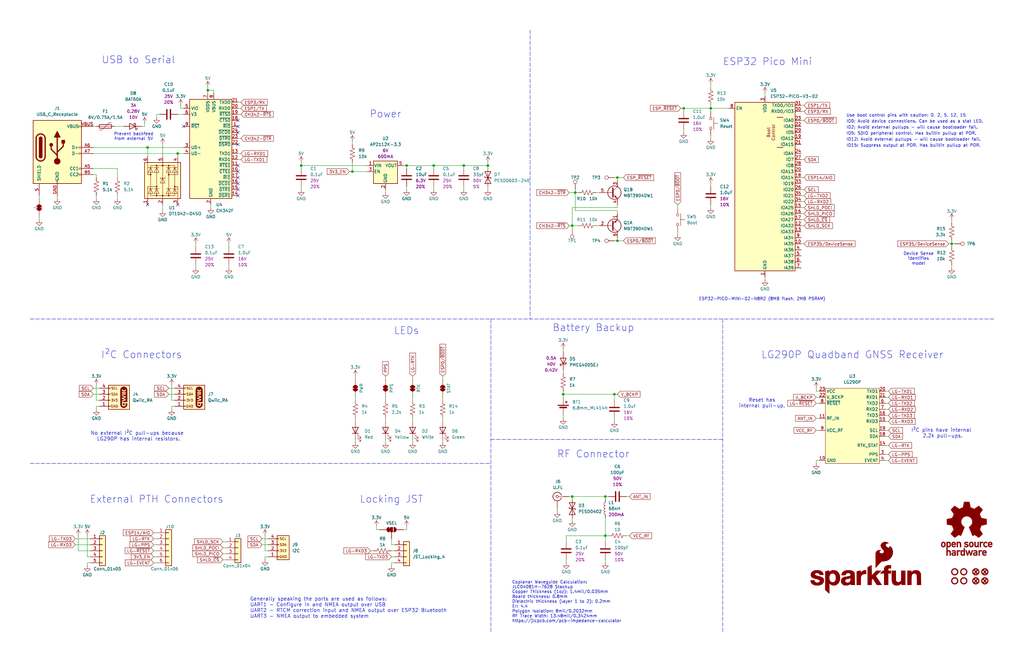
<source format=kicad_sch>
(kicad_sch (version 20231120) (generator "eeschema") (generator_version "8.0")
  (paper "USLedger")
  (title_block (title "LG290P Triband GNSS Receiver Breakout") (date "2024-08-21") (rev "v10") (comment 1 "Designed by: N. Seidle"))
  (lib_symbols
    (symbol "LG209P:LG290P"
      (property "Reference" "U" (at -10.16 16.51 0))
      (property "Value" "LG290P" (at -7.62 -17.78 0))
      (symbol "LG290P_1_1"
        (pin no_connect line (at -13.97 -6.35 0) (length 2.54) hide (name "NC") (number "1"))
        (pin power_in line (at -13.97 -15.24 0) (length 2.54) (name "GND") (number "10"))
        (pin input line (at -13.97 2.54 0) (length 2.54) (name "RF_IN") (number "11"))
        (pin power_in line (at -13.97 -15.24 0) (length 2.54) hide (name "GND") (number "12"))
        (pin power_in line (at -13.97 -15.24 0) (length 2.54) hide (name "GND") (number "13"))
        (pin output line (at 13.97 -8.89 180) (length 2.54) (name "RTK_STAT") (number "14"))
        (pin input line (at 13.97 1.27 180) (length 2.54) (name "RXD3") (number "15"))
        (pin output line (at 13.97 3.81 180) (length 2.54) (name "TXD3") (number "16"))
        (pin no_connect line (at -13.97 -7.62 0) (length 2.54) hide (name "NC") (number "17"))
        (pin bidirectional line (at 13.97 -5.08 180) (length 2.54) (name "SDA") (number "18"))
        (pin bidirectional line (at 13.97 -2.54 180) (length 2.54) (name "SCL") (number "19"))
        (pin no_connect line (at -13.97 -5.08 0) (length 2.54) hide (name "NC") (number "2"))
        (pin output line (at 13.97 13.97 180) (length 2.54) (name "TXD1") (number "20"))
        (pin input line (at 13.97 11.43 180) (length 2.54) (name "RXD1") (number "21"))
        (pin power_in line (at -13.97 11.43 0) (length 2.54) (name "V_BCKP") (number "22"))
        (pin power_in line (at -13.97 13.97 0) (length 2.54) (name "VCC") (number "23"))
        (pin power_in line (at -13.97 -15.24 0) (length 2.54) hide (name "GND") (number "24"))
        (pin power_in line (at -13.97 -15.24 0) (length 2.54) hide (name "GND") (number "25"))
        (pin output line (at 13.97 -12.7 180) (length 2.54) (name "PPS") (number "3"))
        (pin input line (at 13.97 -15.24 180) (length 2.54) (name "EVENT") (number "4"))
        (pin no_connect line (at -13.97 -8.89 0) (length 2.54) hide (name "NC") (number "5"))
        (pin output line (at 13.97 8.89 180) (length 2.54) (name "TXD2") (number "6"))
        (pin input line (at 13.97 6.35 180) (length 2.54) (name "RXD2") (number "7"))
        (pin input line (at -13.97 8.89 0) (length 2.54) (name "~{RESET}") (number "8"))
        (pin power_out line (at -13.97 -2.54 0) (length 2.54) (name "VCC_RF") (number "9"))
      )
    )
    (symbol "SparkFun-Aesthetic:Fiducial_0.5mm"
      (symbol "Fiducial_0.5mm_1_1"
        (text "x" (at 0 0.254 0) (effects (font (size 2.5 2.5) (bold yes))))
      )
    )
    (symbol "SparkFun-Aesthetic:OSHW_Logo" (pin_names (offset 1.016)) (in_bom no))
    (symbol "SparkFun-Aesthetic:SparkFun_Logo" (pin_names (offset 1.016)) (on_board no))
    (symbol "SparkFun-Battery:Battery_6.8mm_ML414H_IV01E" (pin_numbers hide) (pin_names (offset 0) hide)
      (property "Reference" "BT" (at 2.54 2.54 0))
      (property "Value" "6.8mm_ML414H" (at 2.54 0 0))
      (symbol "Battery_6.8mm_ML414H_IV01E_1_1"
        (pin passive line (at 0 5.08 270) (length 2.54) (name "+") (number "+"))
        (pin passive line (at 0 -2.54 90) (length 2.54) (name "-") (number "-"))
      )
    )
    (symbol "SparkFun-Capacitor:0.1uF_0603_25V_20%" (pin_numbers hide) (pin_names (offset 0.254))
      (property "Reference" "C" (at 0.635 2.54 0))
      (property "Value" "0.1uF" (at 0.635 -2.54 0))
      (property "Voltage" "25V" (at 0 -6.35 0))
      (property "Tolerance" "20%" (at 0 -8.89 0))
      (symbol "0.1uF_0603_25V_20%_1_1"
        (pin passive line (at 0 3.81 270) (length 2.794) (name "~") (number "1"))
        (pin passive line (at 0 -3.81 90) (length 2.794) (name "~") (number "2"))
      )
    )
    (symbol "SparkFun-Capacitor:1.0uF_0603_16V_10%" (pin_numbers hide) (pin_names (offset 0.254))
      (property "Reference" "C" (at 0.635 2.54 0))
      (property "Value" "1.0uF" (at 0.635 -2.54 0))
      (property "Voltage" "16V" (at 0 -6.35 0))
      (property "Tolerance" "10%" (at 0 -8.89 0))
      (symbol "1.0uF_0603_16V_10%_1_1"
        (pin passive line (at 0 3.81 270) (length 2.794) (name "~") (number "1"))
        (pin passive line (at 0 -3.81 90) (length 2.794) (name "~") (number "2"))
      )
    )
    (symbol "SparkFun-Capacitor:100pF_0402_50V_10%" (pin_numbers hide) (pin_names (offset 0.254))
      (property "Reference" "C" (at 0.635 2.54 0))
      (property "Value" "100pF" (at 0.635 -2.54 0))
      (property "Voltage" "50V" (at 0 -6.35 0))
      (property "Tolerance" "10%" (at 0 -8.89 0))
      (symbol "100pF_0402_50V_10%_1_1"
        (pin passive line (at 0 3.81 270) (length 2.794) (name "~") (number "1"))
        (pin passive line (at 0 -3.81 90) (length 2.794) (name "~") (number "2"))
      )
    )
    (symbol "SparkFun-Capacitor:100pF_0603_50V_10%" (pin_numbers hide) (pin_names (offset 0.254))
      (property "Reference" "C" (at 0.635 2.54 0))
      (property "Value" "100pF" (at 0.635 -2.54 0))
      (property "Voltage" "50V" (at 0 -6.35 0))
      (property "Tolerance" "10%" (at 0 -8.89 0))
      (symbol "100pF_0603_50V_10%_1_1"
        (pin passive line (at 0 3.81 270) (length 2.794) (name "~") (number "1"))
        (pin passive line (at 0 -3.81 90) (length 2.794) (name "~") (number "2"))
      )
    )
    (symbol "SparkFun-Capacitor:10uF_0603_6.3V_20%" (pin_numbers hide) (pin_names (offset 0.254))
      (property "Reference" "C" (at 0.635 2.54 0))
      (property "Value" "10uF" (at 0.635 -2.54 0))
      (property "Voltage" "6.3V" (at 0 -6.35 0))
      (property "Tolerance" "20%" (at 0 -8.89 0))
      (symbol "10uF_0603_6.3V_20%_1_1"
        (pin passive line (at 0 3.81 270) (length 2.794) (name "~") (number "1"))
        (pin passive line (at 0 -3.81 90) (length 2.794) (name "~") (number "2"))
      )
    )
    (symbol "SparkFun-Capacitor:33pF_0603_50V_5%" (pin_numbers hide) (pin_names (offset 0.254))
      (property "Reference" "C" (at 0.635 2.54 0))
      (property "Value" "33pF" (at 0.635 -2.54 0))
      (property "Voltage" "50V" (at 0 -6.35 0))
      (property "Tolerance" "5%" (at 0 -8.89 0))
      (symbol "33pF_0603_50V_5%_1_1"
        (pin passive line (at 0 3.81 270) (length 2.794) (name "~") (number "1"))
        (pin passive line (at 0 -3.81 90) (length 2.794) (name "~") (number "2"))
      )
    )
    (symbol "SparkFun-Coil:68nH_0402_0.2A" (pin_numbers hide) (pin_names (offset 1.016) hide)
      (property "Reference" "L" (at 0 2.54 0))
      (property "Value" "68nH" (at 0 -1.27 0))
      (property "Current" "200mA" (at 0 -3.81 0))
      (symbol "68nH_0402_0.2A_1_1"
        (pin passive line (at -3.81 0 0) (length 1.27) (name "1") (number "1"))
        (pin passive line (at 3.81 0 180) (length 1.27) (name "2") (number "2"))
      )
    )
    (symbol "SparkFun-Connector:Conn_01x04" (pin_names (offset 1.016) hide)
      (property "Reference" "J" (at 0 5.08 0))
      (property "Value" "Conn_01x04" (at 0 -7.62 0))
      (symbol "Conn_01x04_1_1"
        (pin passive line (at -5.08 2.54 0) (length 3.81) (name "Pin_1") (number "1"))
        (pin passive line (at -5.08 0 0) (length 3.81) (name "Pin_2") (number "2"))
        (pin passive line (at -5.08 -2.54 0) (length 3.81) (name "Pin_3") (number "3"))
        (pin passive line (at -5.08 -5.08 0) (length 3.81) (name "Pin_4") (number "4"))
      )
    )
    (symbol "SparkFun-Connector:Conn_01x04_JST_1.25mm_Locking" (pin_names (offset 1.016) hide)
      (property "Reference" "J" (at 0 5.08 0))
      (property "Value" "JST_Locking_4" (at 0 -7.62 0))
      (symbol "Conn_01x04_JST_1.25mm_Locking_1_1"
        (pin passive line (at -5.08 2.54 0) (length 3.81) (name "Pin_1") (number "1"))
        (pin passive line (at -5.08 0 0) (length 3.81) (name "Pin_2") (number "2"))
        (pin passive line (at -5.08 -2.54 0) (length 3.81) (name "Pin_3") (number "3"))
        (pin passive line (at -5.08 -5.08 0) (length 3.81) (name "Pin_4") (number "4"))
        (pin no_connect line (at 6.35 -6.35 90) (length 5.08) hide (name "NC") (number "NC1"))
        (pin no_connect line (at 3.81 -6.35 90) (length 5.08) hide (name "NC") (number "NC2"))
      )
    )
    (symbol "SparkFun-Connector:Conn_01x05" (pin_names (offset 1.016) hide)
      (property "Reference" "J" (at 0 7.62 0))
      (property "Value" "Conn_01x05" (at 0 -7.62 0))
      (symbol "Conn_01x05_1_1"
        (pin passive line (at -5.08 5.08 0) (length 3.81) (name "Pin_1") (number "1"))
        (pin passive line (at -5.08 2.54 0) (length 3.81) (name "Pin_2") (number "2"))
        (pin passive line (at -5.08 0 0) (length 3.81) (name "Pin_3") (number "3"))
        (pin passive line (at -5.08 -2.54 0) (length 3.81) (name "Pin_4") (number "4"))
        (pin passive line (at -5.08 -5.08 0) (length 3.81) (name "Pin_5") (number "5"))
      )
    )
    (symbol "SparkFun-Connector:Conn_01x06" (pin_names (offset 1.016) hide)
      (property "Reference" "J" (at 0 7.62 0))
      (property "Value" "Conn_01x06" (at 0 -10.16 0))
      (symbol "Conn_01x06_1_1"
        (pin passive line (at -5.08 5.08 0) (length 3.81) (name "Pin_1") (number "1"))
        (pin passive line (at -5.08 2.54 0) (length 3.81) (name "Pin_2") (number "2"))
        (pin passive line (at -5.08 0 0) (length 3.81) (name "Pin_3") (number "3"))
        (pin passive line (at -5.08 -2.54 0) (length 3.81) (name "Pin_4") (number "4"))
        (pin passive line (at -5.08 -5.08 0) (length 3.81) (name "Pin_5") (number "5"))
        (pin passive line (at -5.08 -7.62 0) (length 3.81) (name "Pin_6") (number "6"))
      )
    )
    (symbol "SparkFun-Connector:I2C_01x04" (pin_names (offset 1.016) hide)
      (property "Reference" "J" (at 0 5.08 0))
      (property "Value" "I2C" (at 0 -7.62 0))
      (symbol "I2C_01x04_1_1"
        (text "3V3" (at 1.27 -2.54 0) (effects (font (size 1 1))))
        (text "GND" (at 1.27 -5.08 0) (effects (font (size 1 1))))
        (text "SCL" (at 1.27 2.54 0) (effects (font (size 1 1))))
        (text "SDA" (at 1.27 0 0) (effects (font (size 1 1))))
        (pin passive line (at -5.08 -5.08 0) (length 3.81) (name "Pin_1") (number "1"))
        (pin passive line (at -5.08 -2.54 0) (length 3.81) (name "Pin_2") (number "2"))
        (pin passive line (at -5.08 0 0) (length 3.81) (name "Pin_3") (number "3"))
        (pin passive line (at -5.08 2.54 0) (length 3.81) (name "Pin_4") (number "4"))
      )
    )
    (symbol "SparkFun-Connector:Qwiic_Right_Angle" (pin_names (offset 1.016) hide)
      (property "Reference" "J" (at 0 5.08 0))
      (property "Value" "Qwiic_RA" (at 0 -7.62 0))
      (symbol "Qwiic_Right_Angle_1_1"
        (text "3V3" (at 1.27 -2.54 0) (effects (font (size 1 1))))
        (text "GND" (at 1.27 -5.08 0) (effects (font (size 1 1))))
        (text "SCL" (at 1.27 2.54 0) (effects (font (size 1 1))))
        (text "SDA" (at 1.27 0 0) (effects (font (size 1 1))))
        (pin passive line (at -5.08 -5.08 0) (length 3.81) (name "Pin_1") (number "1"))
        (pin passive line (at -5.08 -2.54 0) (length 3.81) (name "Pin_2") (number "2"))
        (pin passive line (at -5.08 0 0) (length 3.81) (name "Pin_3") (number "3"))
        (pin passive line (at -5.08 2.54 0) (length 3.81) (name "Pin_4") (number "4"))
        (pin no_connect line (at 5.08 3.81 270) (length 2.54) hide (name "NC") (number "NC1"))
        (pin no_connect line (at 6.35 3.81 270) (length 2.54) hide (name "NC") (number "NC2"))
      )
    )
    (symbol "SparkFun-Connector:TestPoint_1.0mm" (pin_numbers hide) (pin_names (offset 0.762) hide)
      (property "Reference" "TP" (at 0 5.08 0))
      (symbol "TestPoint_1.0mm_1_1"
        (pin passive line (at 0 0 90) (length 2.54) (name "1") (number "1"))
      )
    )
    (symbol "SparkFun-Connector:USB_C_Receptacle" (pin_names (offset 1.016))
      (property "Reference" "J" (at -10.16 12.7 0))
      (property "Value" "USB_C_Receptacle" (at 19.05 12.7 0))
      (symbol "USB_C_Receptacle_1_1"
        (pin bidirectional line (at 15.24 -8.89 180) (length 5.08) (name "CC1") (number "A5"))
        (pin bidirectional line (at 15.24 0 180) (length 5.08) (name "D+") (number "A6"))
        (pin bidirectional line (at 15.24 -2.54 180) (length 5.08) (name "D-") (number "A7"))
        (pin no_connect line (at 2.54 -15.24 90) (length 5.08) hide (name "NC") (number "A8"))
        (pin bidirectional line (at 15.24 -11.43 180) (length 5.08) (name "CC2") (number "B5"))
        (pin bidirectional line (at 15.24 0 180) (length 5.08) hide (name "D+") (number "B6"))
        (pin bidirectional line (at 15.24 -2.54 180) (length 5.08) hide (name "D-") (number "B7"))
        (pin no_connect line (at 3.81 -15.24 90) (length 5.08) hide (name "NC") (number "B8"))
        (pin passive line (at 0 -20.32 90) (length 5.08) (name "GND") (number "GND"))
        (pin no_connect line (at -5.08 -15.24 90) (length 5.08) hide (name "NC") (number "NC1"))
        (pin no_connect line (at -3.81 -15.24 90) (length 5.08) hide (name "NC") (number "NC2"))
        (pin no_connect line (at -2.54 -15.24 90) (length 5.08) hide (name "NC") (number "NC3"))
        (pin passive line (at -7.62 -20.32 90) (length 5.08) (name "SHIELD") (number "S"))
        (pin power_out line (at 15.24 8.89 180) (length 5.08) (name "VBUS") (number "VBUS"))
      )
    )
    (symbol "SparkFun-DiscreteSemi:D_Schottky_0.5A_40V_0.42V" (pin_numbers hide) (pin_names (offset 1.016) hide)
      (property "Reference" "D" (at 0 2.54 0))
      (property "Value" "PMEG4005EJ" (at 0 -2.54 0))
      (property "IMax" "0.5A" (at 0 -5.08 0))
      (property "VDrop" "0.42V" (at 0 -10.16 0))
      (property "VMax" "40V" (at 0 -7.62 0))
      (symbol "D_Schottky_0.5A_40V_0.42V_1_1"
        (pin passive line (at 3.81 0 180) (length 2.54) (name "A") (number "A"))
        (pin passive line (at -3.81 0 0) (length 2.54) (name "C") (number "C"))
      )
    )
    (symbol "SparkFun-DiscreteSemi:D_Schottky_3A_10V_0.28V" (pin_numbers hide) (pin_names (offset 1.016) hide)
      (property "Reference" "D" (at 0 2.54 0))
      (property "Value" "BAT60A" (at 0 -2.54 0))
      (property "IMax" "3A" (at 0 -5.08 0))
      (property "VDrop" "0.28V" (at 0 -10.16 0))
      (property "VMax" "10V" (at 0 -7.62 0))
      (symbol "D_Schottky_3A_10V_0.28V_1_1"
        (pin passive line (at 3.81 0 180) (length 2.54) (name "A") (number "A"))
        (pin passive line (at -3.81 0 0) (length 2.54) (name "C") (number "C"))
      )
    )
    (symbol "SparkFun-DiscreteSemi:D_TVS_0402" (pin_numbers hide) (pin_names (offset 1.016) hide)
      (property "Reference" "D" (at 0 2.54 0))
      (property "Value" "PESD0402" (at 0 -2.54 0))
      (symbol "D_TVS_0402_1_1"
        (pin passive line (at -3.81 0 0) (length 2.54) (name "A1") (number "1"))
        (pin passive line (at 3.81 0 180) (length 2.54) (name "A2") (number "2"))
      )
    )
    (symbol "SparkFun-DiscreteSemi:D_TVS_0603" (pin_numbers hide) (pin_names (offset 1.016) hide)
      (property "Reference" "D" (at 0 2.54 0))
      (property "Value" "PESD0603-240" (at 0 -2.54 0))
      (symbol "D_TVS_0603_1_1"
        (pin passive line (at -3.81 0 0) (length 2.54) (name "A1") (number "1"))
        (pin passive line (at 3.81 0 180) (length 2.54) (name "A2") (number "2"))
      )
    )
    (symbol "SparkFun-DiscreteSemi:D_TVS_ESD_USB" (pin_names hide)
      (property "Reference" "D" (at -8.636 -2.794 90))
      (property "Value" "DT1042-04SO" (at 9.398 -8.382 90))
      (symbol "D_TVS_ESD_USB_1_1"
        (pin passive line (at -6.35 -11.43 90) (length 2.54) (name "I/O1") (number "1"))
        (pin passive line (at 0 -11.43 90) (length 2.54) (name "GND") (number "2"))
        (pin passive line (at 6.35 -11.43 90) (length 2.54) (name "I/O2") (number "3"))
        (pin passive line (at 6.35 8.89 270) (length 2.54) (name "I/O3") (number "4"))
        (pin passive line (at 0 8.89 270) (length 2.54) (name "VCC") (number "5"))
        (pin passive line (at -6.35 8.89 270) (length 2.54) (name "I/O4") (number "6"))
      )
    )
    (symbol "SparkFun-DiscreteSemi:Q_NPN_DUAL" (pin_names (offset 0) hide)
      (property "Reference" "Q" (at 5.08 1.27 0))
      (property "Value" "MBT3904DW1" (at 5.08 -1.27 0))
      (symbol "Q_NPN_DUAL_1_1"
        (pin passive line (at 2.54 -5.08 90) (length 2.54) (name "E1") (number "1"))
        (pin input line (at -5.08 0 0) (length 2.54) (name "B1") (number "2"))
        (pin passive line (at 2.54 5.08 270) (length 2.54) (name "C1") (number "6"))
      )
      (symbol "Q_NPN_DUAL_2_1"
        (pin passive line (at 2.54 5.08 270) (length 2.54) (name "C2") (number "3"))
        (pin passive line (at 2.54 -5.08 90) (length 2.54) (name "E2") (number "4"))
        (pin input line (at -5.08 0 0) (length 2.54) (name "B2") (number "5"))
      )
    )
    (symbol "SparkFun-Fuse:Fuse 6V/0.75A/1.5A" (pin_numbers hide) (pin_names (offset 0))
      (property "Reference" "F" (at 0 2.54 0))
      (property "Value" "6V/0.75A/1.5A" (at 0 -2.54 0))
      (symbol "Fuse 6V/0.75A/1.5A_1_1"
        (pin passive line (at 3.81 0 180) (length 1.27) (name "~") (number "1"))
        (pin passive line (at -3.81 0 0) (length 1.27) (name "~") (number "2"))
      )
    )
    (symbol "SparkFun-Hardware:Standoff")
    (symbol "SparkFun-IC-Comm:CH342F"
      (property "Reference" "U" (at 5.08 -21.59 0))
      (property "Value" "CH342F" (at 5.08 -24.13 0))
      (symbol "CH342F_1_1"
        (pin input line (at 11.43 10.16 180) (length 2.54) (name "~{RI0}") (number "1"))
        (pin input line (at 11.43 -8.89 180) (length 2.54) (name "~{CTS1}") (number "10"))
        (pin output line (at 11.43 -6.35 180) (length 2.54) (name "~{RTS1}") (number "11"))
        (pin input line (at 11.43 -3.81 180) (length 2.54) (name "RXD1") (number "12"))
        (pin output line (at 11.43 -1.27 180) (length 2.54) (name "TXD1") (number "13"))
        (pin input line (at 11.43 -19.05 180) (length 2.54) (name "~{DSR1}") (number "14"))
        (pin output line (at 11.43 -16.51 180) (length 2.54) (name "~{DTR1}") (number "15"))
        (pin input line (at 11.43 -13.97 180) (length 2.54) (name "~{DCD1}") (number "16"))
        (pin input line (at 11.43 -11.43 180) (length 2.54) (name "~{RI1}") (number "17"))
        (pin input line (at 11.43 12.7 180) (length 2.54) (name "~{CTS0}") (number "18"))
        (pin output line (at 11.43 15.24 180) (length 2.54) (name "~{RTS0}") (number "19"))
        (pin power_in line (at 0 -22.86 90) (length 2.54) (name "GND") (number "2"))
        (pin input line (at 11.43 17.78 180) (length 2.54) (name "RXD0") (number "20"))
        (pin output line (at 11.43 20.32 180) (length 2.54) (name "TXD0") (number "21"))
        (pin input line (at 11.43 2.54 180) (length 2.54) (name "~{DSR0}") (number "22"))
        (pin output line (at 11.43 5.08 180) (length 2.54) (name "~{DTR0}") (number "23"))
        (pin input line (at 11.43 7.62 180) (length 2.54) (name "~{DCD0}") (number "24"))
        (pin power_in line (at 0 -22.86 90) (length 2.54) hide (name "GND") (number "25"))
        (pin bidirectional line (at -11.43 1.27 0) (length 2.54) (name "UD+") (number "3"))
        (pin bidirectional line (at -11.43 -1.27 0) (length 2.54) (name "UD-") (number "4"))
        (pin input line (at -11.43 17.78 0) (length 2.54) (name "VIO") (number "5"))
        (pin power_out line (at -11.43 15.24 0) (length 2.54) (name "V3") (number "6"))
        (pin power_in line (at -1.27 24.13 270) (length 2.54) (name "VDD5") (number "7"))
        (pin power_in line (at 1.27 24.13 270) (length 2.54) (name "VBUS") (number "8"))
        (pin input line (at -11.43 10.16 0) (length 2.54) (name "~{RST}") (number "9"))
      )
    )
    (symbol "SparkFun-Jumper:SolderJumper_2_Bridged" (pin_numbers hide) (pin_names (offset 0) hide)
      (property "Reference" "JP" (at 0 2.032 0))
      (property "Value" "~" (at 0 -2.54 0))
      (symbol "SolderJumper_2_Bridged_1_1"
        (pin passive line (at -3.81 0 0) (length 2.54) (name "A") (number "1"))
        (pin passive line (at 3.81 0 180) (length 2.54) (name "B") (number "2"))
      )
    )
    (symbol "SparkFun-Jumper:SolderJumper_3_Bridged12" (pin_numbers hide) (pin_names (offset 0) hide)
      (property "Reference" "JP" (at 0 2.54 0))
      (property "Value" "~" (at 3.81 1.27 0))
      (symbol "SolderJumper_3_Bridged12_1_1"
        (pin passive line (at -5.08 0 0) (length 2.54) (name "A") (number "1"))
        (pin passive line (at 0 -3.81 90) (length 2.54) (name "C") (number "2"))
        (pin passive line (at 5.08 0 180) (length 2.54) (name "B") (number "3"))
      )
    )
    (symbol "SparkFun-LED:LED_Green_0603" (pin_numbers hide) (pin_names (offset 1.016) hide)
      (property "Reference" "D" (at 0 2.54 0))
      (property "Value" "Green" (at 0 -2.54 0))
      (symbol "LED_Green_0603_1_1"
        (pin passive line (at -3.81 0 0) (length 2.54) (name "K") (number "1"))
        (pin passive line (at 3.81 0 180) (length 2.54) (name "A") (number "2"))
      )
    )
    (symbol "SparkFun-LED:LED_Red_0603" (pin_numbers hide) (pin_names (offset 1.016) hide)
      (property "Reference" "D" (at 0 2.54 0))
      (property "Value" "Red" (at 0 -2.54 0))
      (symbol "LED_Red_0603_1_1"
        (pin passive line (at -3.81 0 0) (length 2.54) (name "K") (number "1"))
        (pin passive line (at 3.81 0 180) (length 2.54) (name "A") (number "2"))
      )
    )
    (symbol "SparkFun-LED:LED_White_0603" (pin_numbers hide) (pin_names (offset 1.016) hide)
      (property "Reference" "D" (at 0 2.54 0))
      (property "Value" "White" (at 0 -2.54 0))
      (symbol "LED_White_0603_1_1"
        (pin passive line (at -3.81 0 0) (length 2.54) (name "K") (number "1"))
        (pin passive line (at 3.81 0 180) (length 2.54) (name "A") (number "2"))
      )
    )
    (symbol "SparkFun-LED:LED_Yellow_0603" (pin_numbers hide) (pin_names (offset 1.016) hide)
      (property "Reference" "D" (at 0 2.54 0))
      (property "Value" "Yellow" (at 0 -2.54 0))
      (symbol "LED_Yellow_0603_1_1"
        (pin passive line (at -3.81 0 0) (length 2.54) (name "K") (number "1"))
        (pin passive line (at 3.81 0 180) (length 2.54) (name "A") (number "2"))
      )
    )
    (symbol "SparkFun-PowerSymbol:3.3V" (power) (pin_names (offset 0))
      (property "Value" "3.3V" (at 0 3.81 0))
      (symbol "3.3V_1_1"
        (pin power_in line (at 0 0 90) (length 0) hide (name "3.3V") (number "1"))
      )
    )
    (symbol "SparkFun-PowerSymbol:5V" (power) (pin_names (offset 0))
      (property "Value" "5V" (at 0 3.81 0))
      (symbol "5V_1_1"
        (pin power_in line (at 0 0 90) (length 0) hide (name "5V") (number "1"))
      )
    )
    (symbol "SparkFun-PowerSymbol:GND" (power) (pin_names (offset 0))
      (property "Value" "GND" (at 0 -3.81 0))
      (symbol "GND_1_1"
        (pin power_in line (at 0 0 270) (length 0) hide (name "GND") (number "1"))
      )
    )
    (symbol "SparkFun-RF:ESP32-PICO-V3-02"
      (property "Reference" "U" (at -12.7 33.02 0))
      (property "Value" "ESP32-PICO-V3-02" (at 1.27 33.02 0))
      (symbol "ESP32-PICO-V3-02_1_1"
        (text "Boot\nControl" (at 2.54 19.05 900) (effects (font (size 1.27 1.27))))
        (pin power_in line (at 0 -41.91 90) (length 2.54) (name "GND") (number "1"))
        (pin input line (at 15.24 -27.94 180) (length 2.54) (name "IA35") (number "10"))
        (pin passive line (at 0 -41.91 90) (length 2.54) hide (name "GND") (number "11"))
        (pin bidirectional line (at 15.24 -20.32 180) (length 2.54) (name "IOA32") (number "12"))
        (pin bidirectional line (at 15.24 -22.86 180) (length 2.54) (name "IOA33") (number "13"))
        (pin passive line (at 0 -41.91 90) (length 2.54) hide (name "GND") (number "14"))
        (pin bidirectional line (at 15.24 -12.7 180) (length 2.54) (name "IOA25") (number "15"))
        (pin bidirectional line (at 15.24 -15.24 180) (length 2.54) (name "IOA26") (number "16"))
        (pin bidirectional line (at 15.24 -17.78 180) (length 2.54) (name "IOA27") (number "17"))
        (pin bidirectional line (at 15.24 0 180) (length 2.54) (name "IOA14") (number "18"))
        (pin bidirectional line (at 15.24 16.51 180) (length 2.54) (name "IOA12") (number "19"))
        (pin passive line (at 0 -41.91 90) (length 2.54) hide (name "GND") (number "2"))
        (pin bidirectional line (at 15.24 2.54 180) (length 2.54) (name "IOA13") (number "20"))
        (pin bidirectional line (at 15.24 13.97 180) (length 2.54) (name "IOA15") (number "21"))
        (pin bidirectional line (at 15.24 21.59 180) (length 2.54) (name "IOA2") (number "22"))
        (pin bidirectional line (at 15.24 24.13 180) (length 2.54) (name "IOA0") (number "23"))
        (pin bidirectional line (at 15.24 10.16 180) (length 2.54) (name "IOA4") (number "24"))
        (pin no_connect line (at -12.7 -11.43 0) (length 2.54) hide (name "NC") (number "25"))
        (pin bidirectional line (at 15.24 -5.08 180) (length 2.54) (name "IO20") (number "26"))
        (pin bidirectional line (at 15.24 7.62 180) (length 2.54) (name "IO7") (number "27"))
        (pin bidirectional line (at 15.24 5.08 180) (length 2.54) (name "IO8") (number "28"))
        (pin bidirectional line (at 15.24 19.05 180) (length 2.54) (name "IO5") (number "29"))
        (pin power_in line (at 0 34.29 270) (length 2.54) (name "VDD") (number "3"))
        (pin bidirectional line (at 15.24 27.94 180) (length 2.54) (name "RXD0/IO3") (number "30"))
        (pin bidirectional line (at 15.24 30.48 180) (length 2.54) (name "TXD0/IO1") (number "31"))
        (pin no_connect line (at -12.7 -13.97 0) (length 2.54) hide (name "NC") (number "32"))
        (pin bidirectional line (at 15.24 -2.54 180) (length 2.54) (name "IO19") (number "33"))
        (pin bidirectional line (at 15.24 -10.16 180) (length 2.54) (name "IO22") (number "34"))
        (pin bidirectional line (at 15.24 -7.62 180) (length 2.54) (name "IO21") (number "35"))
        (pin passive line (at 0 -41.91 90) (length 2.54) hide (name "GND") (number "36"))
        (pin passive line (at 0 -41.91 90) (length 2.54) hide (name "GND") (number "37"))
        (pin passive line (at 0 -41.91 90) (length 2.54) hide (name "GND") (number "38"))
        (pin passive line (at 0 -41.91 90) (length 2.54) hide (name "GND") (number "39"))
        (pin input line (at 15.24 -30.48 180) (length 2.54) (name "IA36") (number "4"))
        (pin passive line (at 0 -41.91 90) (length 2.54) hide (name "GND") (number "40"))
        (pin passive line (at 0 -41.91 90) (length 2.54) hide (name "GND") (number "41"))
        (pin passive line (at 0 -41.91 90) (length 2.54) hide (name "GND") (number "42"))
        (pin passive line (at 0 -41.91 90) (length 2.54) hide (name "GND") (number "43"))
        (pin passive line (at 0 -41.91 90) (length 2.54) hide (name "GND") (number "44"))
        (pin passive line (at 0 -41.91 90) (length 2.54) hide (name "GND") (number "45"))
        (pin passive line (at 0 -41.91 90) (length 2.54) hide (name "GND") (number "46"))
        (pin passive line (at 0 -41.91 90) (length 2.54) hide (name "GND") (number "47"))
        (pin passive line (at 0 -41.91 90) (length 2.54) hide (name "GND") (number "48"))
        (pin passive line (at 0 -41.91 90) (length 2.54) hide (name "GND") (number "49.1"))
        (pin passive line (at 0 -41.91 90) (length 2.54) hide (name "GND") (number "49.2"))
        (pin passive line (at 0 -41.91 90) (length 2.54) hide (name "GND") (number "49.3"))
        (pin passive line (at 0 -41.91 90) (length 2.54) hide (name "GND") (number "49.4"))
        (pin passive line (at 0 -41.91 90) (length 2.54) hide (name "GND") (number "49.5"))
        (pin passive line (at 0 -41.91 90) (length 2.54) hide (name "GND") (number "49.6"))
        (pin passive line (at 0 -41.91 90) (length 2.54) hide (name "GND") (number "49.7"))
        (pin passive line (at 0 -41.91 90) (length 2.54) hide (name "GND") (number "49.8"))
        (pin passive line (at 0 -41.91 90) (length 2.54) hide (name "GND") (number "49.9"))
        (pin input line (at 15.24 -33.02 180) (length 2.54) (name "IA37") (number "5"))
        (pin passive line (at 0 -41.91 90) (length 2.54) hide (name "GND") (number "50"))
        (pin passive line (at 0 -41.91 90) (length 2.54) hide (name "GND") (number "51"))
        (pin passive line (at 0 -41.91 90) (length 2.54) hide (name "GND") (number "52"))
        (pin passive line (at 0 -41.91 90) (length 2.54) hide (name "GND") (number "53"))
        (pin input line (at 15.24 -35.56 180) (length 2.54) (name "IA38") (number "6"))
        (pin input line (at 15.24 -38.1 180) (length 2.54) (name "IA39") (number "7"))
        (pin input line (at -15.24 29.21 0) (length 2.54) (name "EN") (number "8"))
        (pin input line (at 15.24 -25.4 180) (length 2.54) (name "IA34") (number "9"))
      )
    )
    (symbol "SparkFun-RF:U.FL" (pin_numbers hide) (pin_names (offset 1.016) hide)
      (property "Reference" "J" (at 0.254 3.048 0))
      (property "Value" "U.FL" (at 2.921 0 90))
      (symbol "U.FL_1_1"
        (pin passive line (at -5.08 0 0) (length 2.54) (name "In") (number "1"))
        (pin passive line (at 0 -5.08 90) (length 2.54) (name "Ext") (number "2"))
      )
    )
    (symbol "SparkFun-Regulator:AP2112K-3.3" (pin_names (offset 0.254))
      (property "Reference" "U3" (at 0 8.89 0))
      (property "Value" "AP2112K-3.3" (at 0 6.35 0))
      (symbol "AP2112K-3.3_1_1"
        (pin power_in line (at -7.62 2.54 0) (length 2.54) (name "VIN") (number "1"))
        (pin power_in line (at 0 -7.62 90) (length 2.54) (name "GND") (number "2"))
        (pin input line (at -7.62 0 0) (length 2.54) (name "EN") (number "3"))
        (pin no_connect line (at 5.08 0 180) (length 2.54) hide (name "NC") (number "4"))
        (pin power_out line (at 7.62 2.54 180) (length 2.54) (name "VOUT") (number "5"))
      )
    )
    (symbol "SparkFun-Resistor:10_0603" (pin_numbers hide) (pin_names (offset 0))
      (property "Reference" "R" (at 0 -2.54 0))
      (property "Value" "10" (at 0 2.54 0))
      (symbol "10_0603_1_1"
        (pin passive line (at 3.81 0 180) (length 1.27) (name "~") (number "1"))
        (pin passive line (at -3.81 0 0) (length 1.27) (name "~") (number "2"))
      )
    )
    (symbol "SparkFun-Resistor:10k_0603" (pin_numbers hide) (pin_names (offset 0))
      (property "Reference" "R" (at 0 -2.54 0))
      (property "Value" "10k" (at 0 2.54 0))
      (symbol "10k_0603_1_1"
        (pin passive line (at 3.81 0 180) (length 1.27) (name "~") (number "1"))
        (pin passive line (at -3.81 0 0) (length 1.27) (name "~") (number "2"))
      )
    )
    (symbol "SparkFun-Resistor:1k_0603" (pin_numbers hide) (pin_names (offset 0))
      (property "Reference" "R" (at 0 -2.54 0))
      (property "Value" "1k" (at 0 2.54 0))
      (symbol "1k_0603_1_1"
        (pin passive line (at 3.81 0 180) (length 1.27) (name "~") (number "1"))
        (pin passive line (at -3.81 0 0) (length 1.27) (name "~") (number "2"))
      )
    )
    (symbol "SparkFun-Resistor:2.2k_0603" (pin_numbers hide) (pin_names (offset 0))
      (property "Reference" "R" (at 0 -2.54 0))
      (property "Value" "2.2k" (at 0 2.54 0))
      (symbol "2.2k_0603_1_1"
        (pin passive line (at 3.81 0 180) (length 1.27) (name "~") (number "1"))
        (pin passive line (at -3.81 0 0) (length 1.27) (name "~") (number "2"))
      )
    )
    (symbol "SparkFun-Resistor:3.3k_0603" (pin_numbers hide) (pin_names (offset 0))
      (property "Reference" "R" (at 0 -2.54 0))
      (property "Value" "3.3k" (at 0 2.54 0))
      (symbol "3.3k_0603_1_1"
        (pin passive line (at 3.81 0 180) (length 1.27) (name "~") (number "1"))
        (pin passive line (at -3.81 0 0) (length 1.27) (name "~") (number "2"))
      )
    )
    (symbol "SparkFun-Resistor:5.1k_0603" (pin_numbers hide) (pin_names (offset 0))
      (property "Reference" "R" (at 0 -2.54 0))
      (property "Value" "5.1k" (at 0 2.54 0))
      (symbol "5.1k_0603_1_1"
        (pin passive line (at 3.81 0 180) (length 1.27) (name "~") (number "1"))
        (pin passive line (at -3.81 0 0) (length 1.27) (name "~") (number "2"))
      )
    )
    (symbol "SparkFun-Switch:SPST_Push_SMD_4.6x2.8mm_h2.5mm" (pin_numbers hide) (pin_names (offset 0) hide)
      (property "Reference" "SW" (at 0 5.08 0))
      (property "Value" "SMD_4.6x2.8mm_h2.5mm" (at 0 -2.54 0))
      (symbol "SPST_Push_SMD_4.6x2.8mm_h2.5mm_0_1"
        (pin passive line (at -5.08 0 0) (length 2.54) (name "1") (number "1"))
      )
      (symbol "SPST_Push_SMD_4.6x2.8mm_h2.5mm_1_1"
        (pin passive line (at 5.08 0 180) (length 2.54) (name "2") (number "2"))
      )
    )
    (symbol "power:GND" (power) (pin_numbers hide) (pin_names (offset 0) hide)
      (property "Value" "GND" (at 0 -3.81 0))
      (symbol "GND_1_1"
        (pin power_in line (at 0 0 270) (length 0) (name "~") (number "1"))
      )
    )
  )
  (junction (at 242.57 81.28))
  (junction (at 148.59 72.39))
  (junction (at 260.35 74.93))
  (junction (at 255.27 226.06))
  (junction (at 259.08 166.37))
  (junction (at 182.88 69.85))
  (junction (at 241.3 209.55))
  (junction (at 299.72 45.72))
  (junction (at 87.63 38.1))
  (junction (at 127 69.85))
  (junction (at 74.93 64.77))
  (junction (at 205.74 69.85))
  (junction (at 241.3 95.25))
  (junction (at 401.32 102.87))
  (junction (at 288.29 45.72))
  (junction (at 255.27 209.55))
  (junction (at 171.45 69.85))
  (junction (at 195.58 69.85))
  (junction (at 62.23 62.23))
  (junction (at 260.35 101.6))
  (junction (at 237.49 166.37))
  (no_connect (at 100.33 55.88))
  (no_connect (at 100.33 60.96))
  (no_connect (at 100.33 53.34))
  (no_connect (at 100.33 72.39))
  (no_connect (at 77.47 53.34))
  (no_connect (at 74.93 86.36))
  (no_connect (at 100.33 77.47))
  (no_connect (at 100.33 80.01))
  (no_connect (at 62.23 86.36))
  (no_connect (at 100.33 50.8))
  (no_connect (at 100.33 69.85))
  (no_connect (at 100.33 74.93))
  (no_connect (at 100.33 82.55))
  (wire (pts (xy 173.99 168.91) (xy 173.99 167.64)))
  (wire (pts (xy 31.75 227.33) (xy 38.1 227.33)))
  (wire (pts (xy 39.37 53.34) (xy 40.64 53.34)))
  (wire (pts (xy 238.76 226.06) (xy 255.27 226.06)))
  (wire (pts (xy 259.08 74.93) (xy 260.35 74.93)))
  (wire (pts (xy 73.66 171.45) (xy 72.39 171.45)))
  (wire (pts (xy 40.64 171.45) (xy 40.64 172.72)))
  (wire (pts (xy 252.73 95.25) (xy 251.46 95.25)))
  (wire (pts (xy 73.66 168.91) (xy 72.39 168.91)))
  (wire (pts (xy 373.38 172.72) (xy 374.65 172.72)))
  (wire (pts (xy 74.93 64.77) (xy 74.93 66.04)))
  (wire (pts (xy 241.3 95.25) (xy 241.3 96.52)))
  (wire (pts (xy 74.93 64.77) (xy 77.47 64.77)))
  (wire (pts (xy 400.05 102.87) (xy 401.32 102.87)))
  (wire (pts (xy 373.38 187.96) (xy 374.65 187.96)))
  (wire (pts (xy 260.35 76.2) (xy 260.35 74.93)))
  (wire (pts (xy 149.86 185.42) (xy 149.86 186.69)))
  (wire (pts (xy 255.27 236.22) (xy 255.27 237.49)))
  (wire (pts (xy 195.58 78.74) (xy 195.58 80.01)))
  (wire (pts (xy 64.77 224.79) (xy 66.04 224.79)))
  (wire (pts (xy 241.3 219.71) (xy 241.3 218.44)))
  (wire (pts (xy 59.69 53.34) (xy 60.96 53.34)))
  (wire (pts (xy 100.33 43.18) (xy 101.6 43.18)))
  (wire (pts (xy 255.27 226.06) (xy 256.54 226.06)))
  (wire (pts (xy 299.72 45.72) (xy 299.72 46.99)))
  (wire (pts (xy 242.57 80.01) (xy 242.57 81.28)))
  (wire (pts (xy 299.72 58.42) (xy 299.72 57.15)))
  (wire (pts (xy 255.27 226.06) (xy 255.27 218.44)))
  (wire (pts (xy 171.45 69.85) (xy 171.45 71.12)))
  (wire (pts (xy 64.77 227.33) (xy 66.04 227.33)))
  (wire (pts (xy 259.08 166.37) (xy 259.08 168.91)))
  (wire (pts (xy 39.37 64.77) (xy 74.93 64.77)))
  (wire (pts (xy 95.25 236.22) (xy 93.98 236.22)))
  (wire (pts (xy 322.58 39.37) (xy 322.58 40.64)))
  (wire (pts (xy 71.12 166.37) (xy 73.66 166.37)))
  (wire (pts (xy 171.45 69.85) (xy 182.88 69.85)))
  (wire (pts (xy 337.82 87.63) (xy 339.09 87.63)))
  (wire (pts (xy 127 78.74) (xy 127 80.01)))
  (wire (pts (xy 242.57 81.28) (xy 240.03 81.28)))
  (wire (pts (xy 337.82 50.8) (xy 339.09 50.8)))
  (wire (pts (xy 64.77 229.87) (xy 66.04 229.87)))
  (wire (pts (xy 344.17 167.64) (xy 345.44 167.64)))
  (wire (pts (xy 262.89 74.93) (xy 260.35 74.93)))
  (wire (pts (xy 40.64 73.66) (xy 40.64 74.93)))
  (wire (pts (xy 344.17 181.61) (xy 345.44 181.61)))
  (wire (pts (xy 95.25 233.68) (xy 93.98 233.68)))
  (wire (pts (xy 166.37 229.87) (xy 165.1 229.87)))
  (wire (pts (xy 88.9 86.36) (xy 88.9 87.63)))
  (wire (pts (xy 173.99 185.42) (xy 173.99 186.69)))
  (wire (pts (xy 171.45 222.25) (xy 171.45 223.52)))
  (wire (pts (xy 260.35 88.9) (xy 242.57 88.9)))
  (wire (pts (xy 39.37 62.23) (xy 62.23 62.23)))
  (wire (pts (xy 170.18 223.52) (xy 171.45 223.52)))
  (wire (pts (xy 149.86 177.8) (xy 149.86 176.53)))
  (wire (pts (xy 101.6 67.31) (xy 100.33 67.31)))
  (wire (pts (xy 39.37 163.83) (xy 41.91 163.83)))
  (wire (pts (xy 41.91 168.91) (xy 40.64 168.91)))
  (wire (pts (xy 39.37 73.66) (xy 40.64 73.66)))
  (wire (pts (xy 72.39 162.56) (xy 72.39 168.91)))
  (wire (pts (xy 337.82 85.09) (xy 339.09 85.09)))
  (wire (pts (xy 237.49 165.1) (xy 237.49 166.37)))
  (wire (pts (xy 40.64 82.55) (xy 40.64 83.82)))
  (wire (pts (xy 74.93 48.26) (xy 77.47 48.26)))
  (wire (pts (xy 237.49 176.53) (xy 237.49 175.26)))
  (wire (pts (xy 95.25 231.14) (xy 93.98 231.14)))
  (wire (pts (xy 38.1 237.49) (xy 36.83 237.49)))
  (wire (pts (xy 149.86 168.91) (xy 149.86 167.64)))
  (polyline (pts (xy 12.7 134.62) (xy 207.01 134.62)) (stroke (width 0) (type dash)))
  (wire (pts (xy 260.35 100.33) (xy 260.35 101.6)))
  (wire (pts (xy 264.16 209.55) (xy 265.43 209.55)))
  (wire (pts (xy 255.27 209.55) (xy 256.54 209.55)))
  (wire (pts (xy 205.74 78.74) (xy 205.74 80.01)))
  (wire (pts (xy 165.1 227.33) (xy 165.1 229.87)))
  (wire (pts (xy 147.32 72.39) (xy 148.59 72.39)))
  (wire (pts (xy 49.53 82.55) (xy 49.53 83.82)))
  (wire (pts (xy 240.03 209.55) (xy 241.3 209.55)))
  (wire (pts (xy 337.82 44.45) (xy 339.09 44.45)))
  (wire (pts (xy 373.38 191.77) (xy 374.65 191.77)))
  (wire (pts (xy 299.72 87.63) (xy 299.72 86.36)))
  (wire (pts (xy 156.21 232.41) (xy 157.48 232.41)))
  (wire (pts (xy 173.99 177.8) (xy 173.99 176.53)))
  (wire (pts (xy 241.3 95.25) (xy 240.03 95.25)))
  (wire (pts (xy 322.58 118.11) (xy 322.58 116.84)))
  (wire (pts (xy 182.88 78.74) (xy 182.88 80.01)))
  (wire (pts (xy 299.72 45.72) (xy 307.34 45.72)))
  (wire (pts (xy 162.56 80.01) (xy 162.56 81.28)))
  (wire (pts (xy 100.33 48.26) (xy 101.6 48.26)))
  (wire (pts (xy 111.76 226.06) (xy 111.76 232.41)))
  (wire (pts (xy 186.69 176.53) (xy 186.69 177.8)))
  (wire (pts (xy 68.58 60.96) (xy 68.58 66.04)))
  (wire (pts (xy 243.84 95.25) (xy 241.3 95.25)))
  (wire (pts (xy 62.23 62.23) (xy 62.23 66.04)))
  (wire (pts (xy 255.27 209.55) (xy 255.27 210.82)))
  (wire (pts (xy 38.1 232.41) (xy 33.02 232.41)))
  (wire (pts (xy 127 68.58) (xy 127 69.85)))
  (wire (pts (xy 344.17 163.83) (xy 344.17 165.1)))
  (wire (pts (xy 111.76 234.95) (xy 111.76 236.22)))
  (wire (pts (xy 401.32 101.6) (xy 401.32 102.87)))
  (wire (pts (xy 100.33 58.42) (xy 101.6 58.42)))
  (wire (pts (xy 401.32 102.87) (xy 402.59 102.87)))
  (wire (pts (xy 41.91 171.45) (xy 40.64 171.45)))
  (wire (pts (xy 234.95 214.63) (xy 234.95 215.9)))
  (wire (pts (xy 72.39 171.45) (xy 72.39 172.72)))
  (wire (pts (xy 237.49 147.32) (xy 237.49 148.59)))
  (wire (pts (xy 337.82 80.01) (xy 339.09 80.01)))
  (wire (pts (xy 49.53 71.12) (xy 49.53 74.93)))
  (wire (pts (xy 288.29 54.61) (xy 288.29 55.88)))
  (wire (pts (xy 287.02 45.72) (xy 288.29 45.72)))
  (wire (pts (xy 344.17 170.18) (xy 345.44 170.18)))
  (wire (pts (xy 237.49 156.21) (xy 237.49 157.48)))
  (wire (pts (xy 259.08 166.37) (xy 260.35 166.37)))
  (wire (pts (xy 339.09 74.93) (xy 337.82 74.93)))
  (wire (pts (xy 401.32 92.71) (xy 401.32 93.98)))
  (wire (pts (xy 337.82 67.31) (xy 339.09 67.31)))
  (wire (pts (xy 148.59 72.39) (xy 154.94 72.39)))
  (wire (pts (xy 373.38 175.26) (xy 374.65 175.26)))
  (wire (pts (xy 337.82 82.55) (xy 339.09 82.55)))
  (wire (pts (xy 160.02 223.52) (xy 158.75 223.52)))
  (wire (pts (xy 71.12 163.83) (xy 73.66 163.83)))
  (wire (pts (xy 82.55 111.76) (xy 82.55 113.03)))
  (wire (pts (xy 373.38 177.8) (xy 374.65 177.8)))
  (wire (pts (xy 38.1 234.95) (xy 36.83 234.95)))
  (wire (pts (xy 238.76 228.6) (xy 238.76 226.06)))
  (wire (pts (xy 76.2 45.72) (xy 76.2 44.45)))
  (wire (pts (xy 39.37 71.12) (xy 49.53 71.12)))
  (wire (pts (xy 64.77 237.49) (xy 66.04 237.49)))
  (wire (pts (xy 241.3 87.63) (xy 241.3 95.25)))
  (wire (pts (xy 60.96 53.34) (xy 60.96 52.07)))
  (wire (pts (xy 373.38 181.61) (xy 374.65 181.61)))
  (wire (pts (xy 96.52 102.87) (xy 96.52 104.14)))
  (wire (pts (xy 401.32 113.03) (xy 401.32 111.76)))
  (wire (pts (xy 260.35 90.17) (xy 260.35 88.9)))
  (wire (pts (xy 241.3 209.55) (xy 255.27 209.55)))
  (wire (pts (xy 24.13 82.55) (xy 24.13 83.82)))
  (wire (pts (xy 337.82 102.87) (xy 339.09 102.87)))
  (wire (pts (xy 64.77 234.95) (xy 66.04 234.95)))
  (wire (pts (xy 96.52 111.76) (xy 96.52 113.03)))
  (wire (pts (xy 373.38 184.15) (xy 374.65 184.15)))
  (wire (pts (xy 149.86 158.75) (xy 149.86 160.02)))
  (wire (pts (xy 205.74 69.85) (xy 205.74 68.58)))
  (wire (pts (xy 16.51 83.82) (xy 16.51 82.55)))
  (wire (pts (xy 36.83 226.06) (xy 36.83 234.95)))
  (wire (pts (xy 162.56 185.42) (xy 162.56 186.69)))
  (wire (pts (xy 186.69 185.42) (xy 186.69 186.69)))
  (wire (pts (xy 260.35 87.63) (xy 260.35 86.36)))
  (wire (pts (xy 162.56 158.75) (xy 162.56 160.02)))
  (wire (pts (xy 182.88 69.85) (xy 182.88 71.12)))
  (wire (pts (xy 82.55 104.14) (xy 82.55 102.87)))
  (wire (pts (xy 299.72 77.47) (xy 299.72 78.74)))
  (wire (pts (xy 373.38 167.64) (xy 374.65 167.64)))
  (polyline (pts (xy 223.52 12.7) (xy 223.52 134.62)) (stroke (width 0) (type dash)))
  (wire (pts (xy 186.69 160.02) (xy 186.69 158.75)))
  (wire (pts (xy 48.26 53.34) (xy 52.07 53.34)))
  (wire (pts (xy 87.63 38.1) (xy 87.63 39.37)))
  (wire (pts (xy 241.3 209.55) (xy 241.3 210.82)))
  (wire (pts (xy 337.82 92.71) (xy 339.09 92.71)))
  (wire (pts (xy 165.1 232.41) (xy 166.37 232.41)))
  (wire (pts (xy 260.35 87.63) (xy 241.3 87.63)))
  (wire (pts (xy 186.69 167.64) (xy 186.69 168.91)))
  (wire (pts (xy 66.04 49.53) (xy 66.04 48.26)))
  (wire (pts (xy 242.57 81.28) (xy 242.57 88.9)))
  (wire (pts (xy 285.75 97.79) (xy 285.75 99.06)))
  (wire (pts (xy 252.73 81.28) (xy 251.46 81.28)))
  (wire (pts (xy 288.29 45.72) (xy 288.29 46.99)))
  (wire (pts (xy 195.58 69.85) (xy 195.58 71.12)))
  (wire (pts (xy 373.38 194.31) (xy 374.65 194.31)))
  (wire (pts (xy 31.75 229.87) (xy 38.1 229.87)))
  (wire (pts (xy 16.51 92.71) (xy 16.51 91.44)))
  (wire (pts (xy 243.84 81.28) (xy 242.57 81.28)))
  (wire (pts (xy 66.04 48.26) (xy 67.31 48.26)))
  (wire (pts (xy 77.47 45.72) (xy 76.2 45.72)))
  (wire (pts (xy 148.59 59.69) (xy 148.59 60.96)))
  (wire (pts (xy 158.75 222.25) (xy 158.75 223.52)))
  (wire (pts (xy 265.43 226.06) (xy 264.16 226.06)))
  (wire (pts (xy 299.72 45.72) (xy 299.72 44.45)))
  (wire (pts (xy 255.27 226.06) (xy 255.27 228.6)))
  (wire (pts (xy 64.77 232.41) (xy 66.04 232.41)))
  (wire (pts (xy 345.44 165.1) (xy 344.17 165.1)))
  (wire (pts (xy 170.18 69.85) (xy 171.45 69.85)))
  (wire (pts (xy 68.58 86.36) (xy 68.58 88.9)))
  (wire (pts (xy 337.82 46.99) (xy 339.09 46.99)))
  (wire (pts (xy 373.38 165.1) (xy 374.65 165.1)))
  (wire (pts (xy 238.76 237.49) (xy 238.76 236.22)))
  (wire (pts (xy 288.29 45.72) (xy 299.72 45.72)))
  (wire (pts (xy 344.17 194.31) (xy 344.17 195.58)))
  (wire (pts (xy 259.08 176.53) (xy 259.08 177.8)))
  (wire (pts (xy 100.33 45.72) (xy 101.6 45.72)))
  (wire (pts (xy 237.49 166.37) (xy 237.49 167.64)))
  (wire (pts (xy 166.37 237.49) (xy 165.1 237.49)))
  (polyline (pts (xy 419.1 134.62) (xy 207.01 134.62)) (stroke (width 0) (type dash)))
  (wire (pts (xy 127 69.85) (xy 154.94 69.85)))
  (wire (pts (xy 33.02 226.06) (xy 33.02 232.41)))
  (wire (pts (xy 337.82 90.17) (xy 339.09 90.17)))
  (wire (pts (xy 401.32 102.87) (xy 401.32 104.14)))
  (polyline (pts (xy 207.01 134.62) (xy 207.01 266.7)) (stroke (width 0) (type dash)))
  (wire (pts (xy 110.49 227.33) (xy 113.03 227.33)))
  (wire (pts (xy 195.58 69.85) (xy 205.74 69.85)))
  (wire (pts (xy 36.83 237.49) (xy 36.83 238.76)))
  (wire (pts (xy 90.17 39.37) (xy 90.17 38.1)))
  (wire (pts (xy 162.56 168.91) (xy 162.56 167.64)))
  (wire (pts (xy 165.1 237.49) (xy 165.1 238.76)))
  (wire (pts (xy 173.99 158.75) (xy 173.99 160.02)))
  (wire (pts (xy 285.75 86.36) (xy 285.75 87.63)))
  (wire (pts (xy 95.25 228.6) (xy 93.98 228.6)))
  (wire (pts (xy 299.72 35.56) (xy 299.72 36.83)))
  (wire (pts (xy 182.88 69.85) (xy 195.58 69.85)))
  (wire (pts (xy 127 69.85) (xy 127 71.12)))
  (wire (pts (xy 259.08 101.6) (xy 260.35 101.6)))
  (wire (pts (xy 345.44 194.31) (xy 344.17 194.31)))
  (wire (pts (xy 165.1 234.95) (xy 166.37 234.95)))
  (wire (pts (xy 113.03 232.41) (xy 111.76 232.41)))
  (wire (pts (xy 162.56 177.8) (xy 162.56 176.53)))
  (wire (pts (xy 237.49 166.37) (xy 259.08 166.37)))
  (polyline (pts (xy 304.8 134.62) (xy 304.8 266.7)) (stroke (width 0) (type dash)))
  (wire (pts (xy 337.82 95.25) (xy 339.09 95.25)))
  (wire (pts (xy 148.59 72.39) (xy 148.59 68.58)))
  (wire (pts (xy 344.17 176.53) (xy 345.44 176.53)))
  (wire (pts (xy 113.03 234.95) (xy 111.76 234.95)))
  (polyline (pts (xy 12.7 195.58) (xy 207.01 195.58)) (stroke (width 0) (type dash)))
  (wire (pts (xy 110.49 229.87) (xy 113.03 229.87)))
  (polyline (pts (xy 207.01 185.42) (xy 304.8 185.42)) (stroke (width 0) (type dash)))
  (wire (pts (xy 39.37 166.37) (xy 41.91 166.37)))
  (wire (pts (xy 373.38 170.18) (xy 374.65 170.18)))
  (wire (pts (xy 87.63 38.1) (xy 90.17 38.1)))
  (wire (pts (xy 62.23 62.23) (xy 77.47 62.23)))
  (wire (pts (xy 87.63 36.83) (xy 87.63 38.1)))
  (wire (pts (xy 262.89 101.6) (xy 260.35 101.6)))
  (wire (pts (xy 171.45 78.74) (xy 171.45 80.01)))
  (wire (pts (xy 101.6 64.77) (xy 100.33 64.77)))
  (wire (pts (xy 40.64 162.56) (xy 40.64 168.91)))
  (wire (pts (xy 205.74 69.85) (xy 205.74 71.12)))
  (text "ESP32-PICO-MINI-02-N8R2 (8MB flash, 2MB PSRAM)" (at 294.64 127 0) (effects (font (size 1.27 1.27)) (justify left bottom)))
  (text "I²C Connectors" (at 59.69 149.86 0) (effects (font (size 3 3))))
  (text "IO15: Suppress output at POR. Has builtin pullup at POR." (at 356.87 62.23 0) (effects (font (size 1.27 1.27)) (justify left bottom)))
  (text "Generally speaking the ports are used as follows:\nUART1 - Configure in and NMEA output over USB\nUART2 - RTCM correction input and NMEA output over ESP32 Bluetooth\nUART3 - NMEA output to embedded system" (at 105.41 256.54 0) (effects (font (size 1.5 1.5)) (justify left)))
  (text "Use boot control pins with caution: 0, 2, 5, 12, 15" (at 356.87 49.53 0) (effects (font (size 1.27 1.27)) (justify left bottom)))
  (text "Prevent backfeed\nfrom external 5V" (at 56.388 57.658 0) (effects (font (size 1.27 1.27))))
  (text "ESP32 Pico Mini\n" (at 304.8 27.94 0) (effects (font (size 3 3)) (justify left bottom)))
  (text "IO2: Avoid external pullups - will cause bootloader fail." (at 356.87 54.61 0) (effects (font (size 1.27 1.27)) (justify left bottom)))
  (text "Reset has\ninternal pull-up." (at 321.31 170.18 0) (effects (font (size 1.5 1.5))))
  (text "IO0: Avoid device connections. Can be used as a stat LED." (at 356.87 52.07 0) (effects (font (size 1.27 1.27)) (justify left bottom)))
  (text "Coplanar Waveguide Calculation:\nJLC04081H-7628 Stackup\nCopper Thickness (1oz): 1.4mil/0.035mm\nBoard thickness: 0.8mm\nDielectric thickness (layer 1 to 2): 0.2mm\nEr: 4.4\nPolygon Isolation: 8mil/0.2032mm\nRF Trace Width: 13.48mil/0.3424mm\nhttps://jlcpcb.com/pcb-impedance-calculator" (at 215.9 262.89 0) (effects (font (size 1.27 1.27)) (justify left bottom)))
  (text "I²C pins have internal \n2.2k pull-ups." (at 397.51 182.88 0) (effects (font (size 1.5 1.5))))
  (text "Locking JST" (at 165.1 210.82 0) (effects (font (size 3 3))))
  (text "Power\n" (at 162.56 48.26 0) (effects (font (size 3 3))))
  (text "RF Connector" (at 250.19 191.77 0) (effects (font (size 3 3))))
  (text "LEDs\n" (at 171.45 139.7 0) (effects (font (size 3 3))))
  (text "LG290P Quadband GNSS Receiver" (at 359.41 149.86 0) (effects (font (size 3 3))))
  (text "IO12: Avoid external pullups - will cause bootloader fail." (at 356.87 59.69 0) (effects (font (size 1.27 1.27)) (justify left bottom)))
  (text "IO5: SDIO peripheral control. Has builtin pullup at POR." (at 356.87 57.15 0) (effects (font (size 1.27 1.27)) (justify left bottom)))
  (text "USB to Serial" (at 58.42 25.4 0) (effects (font (size 3 3))))
  (text "Battery Backup" (at 250.19 138.43 0) (effects (font (size 3 3))))
  (text "Device Sense\nidentifies\nmodel" (at 387.35 109.22 0) (effects (font (size 1.27 1.27))))
  (text "External PTH Connectors" (at 66.04 210.82 0) (effects (font (size 3 3))))
  (text "No external I²C pull-ups because \nLG290P has internal resistors." (at 58.42 184.15 0) (effects (font (size 1.5 1.5))))
  (global_label "ESP3{slash}RX" (shape input) (at 101.6 43.18 0) (property "Intersheetrefs" "${INTERSHEET_REFS}" (effects (hide yes))))
  (global_label "LG-~{RESET}" (shape input) (at 64.77 232.41 180) (property "Intersheetrefs" "${INTERSHEET_REFS}" (effects (hide yes))))
  (global_label "LG-EVENT" (shape input) (at 64.77 237.49 180) (property "Intersheetrefs" "${INTERSHEET_REFS}" (effects (hide yes))))
  (global_label "LG-EVENT" (shape input) (at 374.65 194.31 0) (property "Intersheetrefs" "${INTERSHEET_REFS}" (effects (hide yes))))
  (global_label "ESP0{slash}~{BOOT}" (shape input) (at 186.69 158.75 90) (property "Intersheetrefs" "${INTERSHEET_REFS}" (effects (hide yes))))
  (global_label "LG-RXD3" (shape input) (at 31.75 229.87 180) (property "Intersheetrefs" "${INTERSHEET_REFS}" (effects (hide yes))))
  (global_label "ESP3{slash}RX" (shape input) (at 339.09 46.99 0) (property "Intersheetrefs" "${INTERSHEET_REFS}" (effects (hide yes))))
  (global_label "SHLD_POCI" (shape input) (at 93.98 231.14 180) (property "Intersheetrefs" "${INTERSHEET_REFS}" (effects (hide yes))))
  (global_label "LG-PPS" (shape input) (at 64.77 229.87 180) (property "Intersheetrefs" "${INTERSHEET_REFS}" (effects (hide yes))))
  (global_label "SDA" (shape input) (at 39.37 166.37 180) (property "Intersheetrefs" "${INTERSHEET_REFS}" (effects (hide yes))))
  (global_label "SHLD_PICO" (shape input) (at 339.09 90.17 0) (property "Intersheetrefs" "${INTERSHEET_REFS}" (effects (hide yes))))
  (global_label "LG-RXD3" (shape input) (at 156.21 232.41 180) (property "Intersheetrefs" "${INTERSHEET_REFS}" (effects (hide yes))))
  (global_label "ESP35{slash}DeviceSense" (shape input) (at 339.09 102.87 0) (property "Intersheetrefs" "${INTERSHEET_REFS}" (effects (hide yes))))
  (global_label "SCL" (shape input) (at 339.09 80.01 0) (property "Intersheetrefs" "${INTERSHEET_REFS}" (effects (hide yes))))
  (global_label "SHLD_SCK" (shape input) (at 93.98 228.6 180) (property "Intersheetrefs" "${INTERSHEET_REFS}" (effects (hide yes))))
  (global_label "ANT_IN" (shape input) (at 344.17 176.53 180) (property "Intersheetrefs" "${INTERSHEET_REFS}" (effects (hide yes))))
  (global_label "ESP14{slash}AIO" (shape input) (at 339.09 74.93 0) (property "Intersheetrefs" "${INTERSHEET_REFS}" (effects (hide yes))))
  (global_label "LG-TXD3" (shape input) (at 374.65 175.26 0) (property "Intersheetrefs" "${INTERSHEET_REFS}" (effects (hide yes))))
  (global_label "CH342-~{DTR}" (shape input) (at 101.6 58.42 0) (property "Intersheetrefs" "${INTERSHEET_REFS}" (effects (hide yes))))
  (global_label "3V3_EN" (shape input) (at 147.32 72.39 180) (property "Intersheetrefs" "${INTERSHEET_REFS}" (effects (hide yes))))
  (global_label "SDA" (shape input) (at 374.65 184.15 0) (property "Intersheetrefs" "${INTERSHEET_REFS}" (effects (hide yes))))
  (global_label "ESP14{slash}AIO" (shape input) (at 64.77 224.79 180) (property "Intersheetrefs" "${INTERSHEET_REFS}" (effects (hide yes))))
  (global_label "VCC_RF" (shape input) (at 265.43 226.06 0) (property "Intersheetrefs" "${INTERSHEET_REFS}" (effects (hide yes))))
  (global_label "VCC_RF" (shape input) (at 344.17 181.61 180) (property "Intersheetrefs" "${INTERSHEET_REFS}" (effects (hide yes))))
  (global_label "ESP1{slash}TX" (shape input) (at 339.09 44.45 0) (property "Intersheetrefs" "${INTERSHEET_REFS}" (effects (hide yes))))
  (global_label "LG-RTK" (shape input) (at 173.99 158.75 90) (property "Intersheetrefs" "${INTERSHEET_REFS}" (effects (hide yes))))
  (global_label "LG-TXD3" (shape input) (at 165.1 234.95 180) (property "Intersheetrefs" "${INTERSHEET_REFS}" (effects (hide yes))))
  (global_label "LG-RXD2" (shape input) (at 374.65 172.72 0) (property "Intersheetrefs" "${INTERSHEET_REFS}" (effects (hide yes))))
  (global_label "ESP1{slash}TX" (shape input) (at 101.6 45.72 0) (property "Intersheetrefs" "${INTERSHEET_REFS}" (effects (hide yes))))
  (global_label "CH342-~{RTS}" (shape input) (at 240.03 95.25 180) (property "Intersheetrefs" "${INTERSHEET_REFS}" (effects (hide yes))))
  (global_label "SCL" (shape input) (at 110.49 227.33 180) (property "Intersheetrefs" "${INTERSHEET_REFS}" (effects (hide yes))))
  (global_label "ESP0{slash}~{BOOT}" (shape input) (at 262.89 101.6 0) (property "Intersheetrefs" "${INTERSHEET_REFS}" (effects (hide yes))))
  (global_label "SCL" (shape input) (at 374.65 181.61 0) (property "Intersheetrefs" "${INTERSHEET_REFS}" (effects (hide yes))))
  (global_label "ESP0{slash}~{BOOT}" (shape input) (at 339.09 50.8 0) (property "Intersheetrefs" "${INTERSHEET_REFS}" (effects (hide yes))))
  (global_label "LG-TXD3" (shape input) (at 31.75 227.33 180) (property "Intersheetrefs" "${INTERSHEET_REFS}" (effects (hide yes))))
  (global_label "SHLD_~{CS}" (shape input) (at 339.09 92.71 0) (property "Intersheetrefs" "${INTERSHEET_REFS}" (effects (hide yes))))
  (global_label "LG-RXD1" (shape input) (at 101.6 64.77 0) (property "Intersheetrefs" "${INTERSHEET_REFS}" (effects (hide yes))))
  (global_label "LG-TXD1" (shape input) (at 101.6 67.31 0) (property "Intersheetrefs" "${INTERSHEET_REFS}" (effects (hide yes))))
  (global_label "SDA" (shape input) (at 71.12 166.37 180) (property "Intersheetrefs" "${INTERSHEET_REFS}" (effects (hide yes))))
  (global_label "SHLD_~{CS}" (shape input) (at 93.98 236.22 180) (property "Intersheetrefs" "${INTERSHEET_REFS}" (effects (hide yes))))
  (global_label "3V3_EN" (shape input) (at 64.77 234.95 180) (property "Intersheetrefs" "${INTERSHEET_REFS}" (effects (hide yes))))
  (global_label "SCL" (shape input) (at 39.37 163.83 180) (property "Intersheetrefs" "${INTERSHEET_REFS}" (effects (hide yes))))
  (global_label "SHLD_POCI" (shape input) (at 339.09 87.63 0) (property "Intersheetrefs" "${INTERSHEET_REFS}" (effects (hide yes))))
  (global_label "LG-RTK" (shape input) (at 374.65 187.96 0) (property "Intersheetrefs" "${INTERSHEET_REFS}" (effects (hide yes))))
  (global_label "CH342-~{RTS}" (shape input) (at 101.6 48.26 0) (property "Intersheetrefs" "${INTERSHEET_REFS}" (effects (hide yes))))
  (global_label "SHLD_SCK" (shape input) (at 339.09 95.25 0) (property "Intersheetrefs" "${INTERSHEET_REFS}" (effects (hide yes))))
  (global_label "LG-RTK" (shape input) (at 64.77 227.33 180) (property "Intersheetrefs" "${INTERSHEET_REFS}" (effects (hide yes))))
  (global_label "LG-TXD2" (shape input) (at 374.65 170.18 0) (property "Intersheetrefs" "${INTERSHEET_REFS}" (effects (hide yes))))
  (global_label "V_BCKP" (shape input) (at 344.17 167.64 180) (property "Intersheetrefs" "${INTERSHEET_REFS}" (effects (hide yes))))
  (global_label "LG-TXD2" (shape input) (at 339.09 82.55 0) (property "Intersheetrefs" "${INTERSHEET_REFS}" (effects (hide yes))))
  (global_label "LG-~{RESET}" (shape input) (at 344.17 170.18 180) (property "Intersheetrefs" "${INTERSHEET_REFS}" (effects (hide yes))))
  (global_label "SDA" (shape input) (at 339.09 67.31 0) (property "Intersheetrefs" "${INTERSHEET_REFS}" (effects (hide yes))))
  (global_label "LG-PPS" (shape input) (at 374.65 191.77 0) (property "Intersheetrefs" "${INTERSHEET_REFS}" (effects (hide yes))))
  (global_label "SHLD_PICO" (shape input) (at 93.98 233.68 180) (property "Intersheetrefs" "${INTERSHEET_REFS}" (effects (hide yes))))
  (global_label "ESP0{slash}~{BOOT}" (shape input) (at 285.75 86.36 90) (property "Intersheetrefs" "${INTERSHEET_REFS}" (effects (hide yes))))
  (global_label "ESP_~{RESET}" (shape input) (at 287.02 45.72 180) (property "Intersheetrefs" "${INTERSHEET_REFS}" (effects (hide yes))))
  (global_label "LG-RXD3" (shape input) (at 374.65 177.8 0) (property "Intersheetrefs" "${INTERSHEET_REFS}" (effects (hide yes))))
  (global_label "LG-RXD2" (shape input) (at 339.09 85.09 0) (property "Intersheetrefs" "${INTERSHEET_REFS}" (effects (hide yes))))
  (global_label "ESP35{slash}DeviceSense" (shape input) (at 400.05 102.87 180) (property "Intersheetrefs" "${INTERSHEET_REFS}" (effects (hide yes))))
  (global_label "SCL" (shape input) (at 71.12 163.83 180) (property "Intersheetrefs" "${INTERSHEET_REFS}" (effects (hide yes))))
  (global_label "CH342-~{DTR}" (shape input) (at 240.03 81.28 180) (property "Intersheetrefs" "${INTERSHEET_REFS}" (effects (hide yes))))
  (global_label "SDA" (shape input) (at 110.49 229.87 180) (property "Intersheetrefs" "${INTERSHEET_REFS}" (effects (hide yes))))
  (global_label "ESP_~{RESET}" (shape input) (at 262.89 74.93 0) (property "Intersheetrefs" "${INTERSHEET_REFS}" (effects (hide yes))))
  (global_label "LG-TXD1" (shape input) (at 374.65 165.1 0) (property "Intersheetrefs" "${INTERSHEET_REFS}" (effects (hide yes))))
  (global_label "V_BCKP" (shape input) (at 260.35 166.37 0) (property "Intersheetrefs" "${INTERSHEET_REFS}" (effects (hide yes))))
  (global_label "LG-RXD1" (shape input) (at 374.65 167.64 0) (property "Intersheetrefs" "${INTERSHEET_REFS}" (effects (hide yes))))
  (global_label "PPS" (shape input) (at 162.56 158.75 90) (property "Intersheetrefs" "${INTERSHEET_REFS}" (effects (hide yes))))
  (global_label "ANT_IN" (shape input) (at 265.43 209.55 0) (property "Intersheetrefs" "${INTERSHEET_REFS}" (effects (hide yes))))
  (symbol (lib_id "SparkFun-Hardware:Standoff") (at 402.59 245.11 0) (unit 1)
    (property "Reference" "ST4" (effects (hide yes)))
    (property "Value" "Standoff" (effects (hide yes)))
    (property "Footprint" "SparkFun-Hardware:Standoff" (effects (hide yes)))
    (property "Description" "Drill holes for mechanically mounting via screws, standoffs, etc." (effects (hide yes)))
  )
  (symbol (lib_id "SparkFun-Connector:Conn_01x04_JST_1.25mm_Locking") (at 171.45 232.41 0) (unit 1)
    (property "Reference" "J8" (at 173.99 232.41 0) (effects (justify left)))
    (property "Value" "JST_Locking_4" (at 173.99 234.95 0) (effects (justify left)))
    (property "Footprint" "SparkFun-Connector:JST_SMD_1.25mm-4_Locking" (effects (hide yes)))
    (property "Description" "Generic connector, single row, 01x04, script generated (kicad-library-utils/schlib/autogen/connector/)" (effects (hide yes)))
    (property "PROD_ID" "CONN-15303" (effects (hide yes)))
  )
  (symbol (lib_id "SparkFun-PowerSymbol:3.3V") (at 237.49 147.32 0) (unit 1)
    (property "Reference" "#PWR011" (effects (hide yes)))
    (property "Value" "3.3V" (at 237.49 143.51 0))
    (property "Description" "Power symbol creates a global label with name \"3.3V\"" (effects (hide yes)))
  )
  (symbol (lib_id "SparkFun-Connector:TestPoint_1.0mm") (at 259.08 74.93 90) (unit 1)
    (property "Reference" "TP3" (at 251.46 74.93 90))
    (property "Value" "PTH" (effects (hide yes)))
    (property "Footprint" "SparkFun-Connector:TestPoint-1.0mm" (effects (hide yes)))
    (property "Description" "Test Point" (effects (hide yes)))
  )
  (symbol (lib_id "SparkFun-PowerSymbol:GND") (at 241.3 219.71 0) (unit 1)
    (property "Reference" "#PWR028" (effects (hide yes)))
    (property "Value" "GND" (at 241.3 223.52 0))
    (property "Description" "Power symbol creates a global label with name \"GND\" , ground" (effects (hide yes)))
  )
  (symbol (lib_id "SparkFun-Connector:Conn_01x05") (at 43.18 232.41 0) (unit 1)
    (property "Reference" "J2" (at 41.91 224.79 0) (effects (justify left)))
    (property "Value" "Conn_01x05" (at 39.37 240.03 0) (effects (justify left)))
    (property "Footprint" "SparkFun-Connector:1x05" (effects (hide yes)))
    (property "Description" "Generic connector, single row, 01x05, script generated (kicad-library-utils/schlib/autogen/connector/)" (effects (hide yes)))
  )
  (symbol (lib_id "SparkFun-PowerSymbol:GND") (at 205.74 80.01 0) (unit 1)
    (property "Reference" "#PWR050" (effects (hide yes)))
    (property "Value" "GND" (at 205.74 83.82 0))
    (property "Description" "Power symbol creates a global label with name \"GND\" , ground" (effects (hide yes)))
  )
  (symbol (lib_id "SparkFun-Connector:Conn_01x04") (at 100.33 231.14 0) (unit 1)
    (property "Reference" "J3" (at 99.06 226.06 0) (effects (justify left)))
    (property "Value" "Conn_01x04" (at 93.98 238.76 0) (effects (justify left)))
    (property "Footprint" "SparkFun-Connector:1x04" (effects (hide yes)))
    (property "Description" "Generic connector, single row, 01x04, script generated (kicad-library-utils/schlib/autogen/connector/)" (effects (hide yes)))
  )
  (symbol (lib_id "SparkFun-Capacitor:0.1uF_0603_25V_20%") (at 182.88 74.93 0) (unit 1)
    (property "Reference" "C5" (at 186.69 71.1199 0) (effects (justify left)))
    (property "Value" "0.1uF" (at 186.69 73.6599 0) (effects (justify left)))
    (property "Footprint" "SparkFun-Capacitor:C_0603_1608Metric" (effects (hide yes)))
    (property "Datasheet" "https://cdn.sparkfun.com/assets/8/a/4/a/5/Kemet_Capacitor_Datasheet.pdf" (effects (hide yes)))
    (property "Description" "Unpolarized capacitor" (effects (hide yes)))
    (property "PROD_ID" "CAP-00810" (effects (hide yes)))
    (property "Voltage" "25V" (at 186.69 76.1999 0) (effects (justify left)))
    (property "Tolerance" "20%" (at 186.69 78.7399 0) (effects (justify left)))
  )
  (symbol (lib_id "SparkFun-PowerSymbol:3.3V") (at 299.72 35.56 0) (unit 1)
    (property "Reference" "#PWR056" (effects (hide yes)))
    (property "Value" "3.3V" (at 299.72 31.75 0))
    (property "Description" "Power symbol creates a global label with name \"3.3V\"" (effects (hide yes)))
  )
  (symbol (lib_id "SparkFun-Capacitor:1.0uF_0603_16V_10%") (at 299.72 82.55 0) (unit 1)
    (property "Reference" "C12" (at 303.53 78.7399 0) (effects (justify left)))
    (property "Value" "1.0uF" (at 303.53 81.2799 0) (effects (justify left)))
    (property "Footprint" "SparkFun-Capacitor:C_0603_1608Metric" (effects (hide yes)))
    (property "Datasheet" "https://cdn.sparkfun.com/assets/8/a/4/a/5/Kemet_Capacitor_Datasheet.pdf" (effects (hide yes)))
    (property "Description" "Unpolarized capacitor" (effects (hide yes)))
    (property "PROD_ID" "CAP-13930" (effects (hide yes)))
    (property "Voltage" "16V" (at 303.53 83.8199 0) (effects (justify left)))
    (property "Tolerance" "10%" (at 303.53 86.3599 0) (effects (justify left)))
  )
  (symbol (lib_id "SparkFun-PowerSymbol:GND") (at 182.88 80.01 0) (unit 1)
    (property "Reference" "#PWR034" (effects (hide yes)))
    (property "Value" "GND" (at 182.88 83.82 0))
    (property "Description" "Power symbol creates a global label with name \"GND\" , ground" (effects (hide yes)))
  )
  (symbol (lib_id "SparkFun-Jumper:SolderJumper_2_Bridged") (at 173.99 163.83 90) (unit 1)
    (property "Reference" "JP5" (effects (hide yes)))
    (property "Value" "RTK" (at 176.53 163.83 0))
    (property "Footprint" "SparkFun-Jumper:Jumper_2_NC_Trace" (effects (hide yes)))
    (property "Description" "Solder Jumper, 2-pole, closed/bridged" (effects (hide yes)))
  )
  (symbol (lib_id "SparkFun-PowerSymbol:GND") (at 255.27 237.49 0) (unit 1)
    (property "Reference" "#PWR030" (effects (hide yes)))
    (property "Value" "GND" (at 255.27 241.3 0))
    (property "Description" "Power symbol creates a global label with name \"GND\" , ground" (effects (hide yes)))
  )
  (symbol (lib_id "SparkFun-Capacitor:1.0uF_0603_16V_10%") (at 259.08 172.72 0) (unit 1)
    (property "Reference" "C9" (at 262.89 168.9099 0) (effects (justify left)))
    (property "Value" "1.0uF" (at 262.89 171.4499 0) (effects (justify left)))
    (property "Footprint" "SparkFun-Capacitor:C_0603_1608Metric" (effects (hide yes)))
    (property "Datasheet" "https://cdn.sparkfun.com/assets/8/a/4/a/5/Kemet_Capacitor_Datasheet.pdf" (effects (hide yes)))
    (property "Description" "Unpolarized capacitor" (effects (hide yes)))
    (property "PROD_ID" "CAP-13930" (effects (hide yes)))
    (property "Voltage" "16V" (at 262.89 173.9899 0) (effects (justify left)))
    (property "Tolerance" "10%" (at 262.89 176.5299 0) (effects (justify left)))
  )
  (symbol (lib_id "SparkFun-Resistor:10k_0603") (at 247.65 81.28 0) (unit 1)
    (property "Reference" "R10" (at 245.11 83.82 0))
    (property "Value" "10k" (at 250.19 83.82 0))
    (property "Footprint" "SparkFun-Resistor:R_0603_1608Metric" (effects (hide yes)))
    (property "Datasheet" "https://www.vishay.com/docs/20035/dcrcwe3.pdf" (effects (hide yes)))
    (property "Description" "Resistor" (effects (hide yes)))
    (property "PROD_ID" "RES-00824" (effects (hide yes)))
  )
  (symbol (lib_id "SparkFun-PowerSymbol:5V") (at 60.96 52.07 0) (unit 1)
    (property "Reference" "#PWR09" (effects (hide yes)))
    (property "Value" "5V" (at 60.96 48.26 0))
    (property "Description" "Power symbol creates a global label with name \"5V\"" (effects (hide yes)))
  )
  (symbol (lib_id "SparkFun-Fuse:Fuse 6V/0.75A/1.5A") (at 44.45 53.34 180) (unit 1)
    (property "Reference" "F1" (at 44.45 46.99 0))
    (property "Value" "6V/0.75A/1.5A" (at 44.45 49.53 0))
    (property "Footprint" "SparkFun-Fuse:1206" (effects (hide yes)))
    (property "Datasheet" "https://www.littelfuse.com/media?resourcetype=datasheets&itemid=2b6a1515-d4ee-4c83-8bd4-152b4901b8f5&filename=littelfuse_ptc_1206l_datasheet.pdf" (effects (hide yes)))
    (property "Description" "Resettable fuse 750mA" (effects (hide yes)))
    (property "PROD_ID" "RES-11150" (effects (hide yes)))
  )
  (symbol (lib_id "SparkFun-PowerSymbol:GND") (at 165.1 238.76 0) (unit 1)
    (property "Reference" "#PWR038" (effects (hide yes)))
    (property "Value" "GND" (at 165.1 242.57 0))
    (property "Description" "Power symbol creates a global label with name \"GND\" , ground" (effects (hide yes)))
  )
  (symbol (lib_id "SparkFun-PowerSymbol:5V") (at 171.45 222.25 0) (unit 1)
    (property "Reference" "#PWR039" (effects (hide yes)))
    (property "Value" "5V" (at 171.45 218.44 0))
    (property "Description" "Power symbol creates a global label with name \"5V\"" (effects (hide yes)))
  )
  (symbol (lib_id "SparkFun-PowerSymbol:GND") (at 259.08 177.8 0) (unit 1)
    (property "Reference" "#PWR01" (effects (hide yes)))
    (property "Value" "GND" (at 259.08 181.61 0))
    (property "Description" "Power symbol creates a global label with name \"GND\" , ground" (effects (hide yes)))
  )
  (symbol (lib_id "SparkFun-Aesthetic:SparkFun_Logo") (at 364.49 243.84 0) (unit 1) (on_board no)
    (property "Reference" "G5" (effects (hide yes)))
    (property "Value" "SparkFun_Logo" (effects (hide yes)))
    (property "Footprint" "SparkFun-Aesthetic:SparkFun_Logo_8mm" (effects (hide yes)))
  )
  (symbol (lib_id "SparkFun-PowerSymbol:GND") (at 186.69 186.69 0) (unit 1)
    (property "Reference" "#PWR061" (effects (hide yes)))
    (property "Value" "GND" (at 186.69 190.5 0))
    (property "Description" "Power symbol creates a global label with name \"GND\" , ground" (effects (hide yes)))
  )
  (symbol (lib_id "SparkFun-PowerSymbol:GND") (at 16.51 92.71 0) (unit 1)
    (property "Reference" "#PWR048" (effects (hide yes)))
    (property "Value" "GND" (at 16.51 96.52 0))
    (property "Description" "Power symbol creates a global label with name \"GND\" , ground" (effects (hide yes)))
  )
  (symbol (lib_id "SparkFun-Capacitor:100pF_0402_50V_10%") (at 260.35 209.55 90) (unit 1)
    (property "Reference" "C6" (at 260.35 196.85 90))
    (property "Value" "100pF" (at 260.35 199.39 90))
    (property "Footprint" "SparkFun-Capacitor:C_0402_1005Metric" (effects (hide yes)))
    (property "Datasheet" "https://cdn.sparkfun.com/assets/8/a/4/a/5/Kemet_Capacitor_Datasheet.pdf" (effects (hide yes)))
    (property "Description" "Unpolarized capacitor" (effects (hide yes)))
    (property "PROD_ID" "CAP-13458" (effects (hide yes)))
    (property "Voltage" "50V" (at 260.35 201.93 90))
    (property "Tolerance" "10%" (at 260.35 204.47 90))
  )
  (symbol (lib_id "SparkFun-PowerSymbol:GND") (at 195.58 80.01 0) (unit 1)
    (property "Reference" "#PWR035" (effects (hide yes)))
    (property "Value" "GND" (at 195.58 83.82 0))
    (property "Description" "Power symbol creates a global label with name \"GND\" , ground" (effects (hide yes)))
  )
  (symbol (lib_id "SparkFun-PowerSymbol:GND") (at 171.45 80.01 0) (unit 1)
    (property "Reference" "#PWR04" (effects (hide yes)))
    (property "Value" "GND" (at 171.45 83.82 0))
    (property "Description" "Power symbol creates a global label with name \"GND\" , ground" (effects (hide yes)))
  )
  (symbol (lib_id "SparkFun-Resistor:1k_0603") (at 173.99 172.72 90) (unit 1)
    (property "Reference" "R3" (at 176.53 171.4499 90) (effects (justify right)))
    (property "Value" "1k" (at 176.53 173.9899 90) (effects (justify right)))
    (property "Footprint" "SparkFun-Resistor:R_0603_1608Metric" (effects (hide yes)))
    (property "Datasheet" "https://www.vishay.com/docs/20035/dcrcwe3.pdf" (effects (hide yes)))
    (property "Description" "Resistor" (effects (hide yes)))
    (property "PROD_ID" "RES-07856" (effects (hide yes)))
  )
  (symbol (lib_id "SparkFun-Aesthetic:Fiducial_0.5mm") (at 415.29 241.3 0) (unit 1)
    (property "Reference" "FID1" (effects (hide yes)))
    (property "Value" "Fiducial_0.5mm" (effects (hide yes)))
    (property "Footprint" "SparkFun-Aesthetic:Fiducial_0.5mm_Mask1mm" (effects (hide yes)))
    (property "Description" "Fiducial Marker" (effects (hide yes)))
  )
  (symbol (lib_id "SparkFun-PowerSymbol:GND") (at 127 80.01 0) (unit 1)
    (property "Reference" "#PWR03" (effects (hide yes)))
    (property "Value" "GND" (at 127 83.82 0))
    (property "Description" "Power symbol creates a global label with name \"GND\" , ground" (effects (hide yes)))
  )
  (symbol (lib_id "SparkFun-PowerSymbol:5V") (at 127 68.58 0) (unit 1)
    (property "Reference" "#PWR014" (effects (hide yes)))
    (property "Value" "5V" (at 127 64.77 0))
    (property "Description" "Power symbol creates a global label with name \"5V\"" (effects (hide yes)))
  )
  (symbol (lib_id "SparkFun-Aesthetic:Fiducial_0.5mm") (at 415.29 245.11 0) (unit 1)
    (property "Reference" "FID4" (effects (hide yes)))
    (property "Value" "Fiducial_0.5mm" (effects (hide yes)))
    (property "Footprint" "SparkFun-Aesthetic:Fiducial_0.5mm_Mask1mm" (effects (hide yes)))
    (property "Description" "Fiducial Marker" (effects (hide yes)))
  )
  (symbol (lib_id "SparkFun-Regulator:AP2112K-3.3") (at 162.56 72.39 0) (unit 1)
    (property "Reference" "U2" (at 162.56 58.42 0))
    (property "Value" "AP2112K-3.3" (at 162.56 60.96 0))
    (property "Footprint" "SparkFun-Semiconductor-Standard:SOT23-5" (effects (hide yes)))
    (property "Datasheet" "https://www.diodes.com/assets/Datasheets/AP2112.pdf" (effects (hide yes)))
    (property "Description" "600mA low dropout linear regulator, with enable pin, 3.8V-6V input voltage range, 3.3V fixed positive output, SOT-23-5" (effects (hide yes)))
    (property "PROD_ID" "VREG-12457" (effects (hide yes)))
    (property "VMax" "6V" (at 162.56 63.5 0))
    (property "Imax" "600mA" (at 162.56 66.04 0))
    (property "Iq" "55µA" (effects (hide yes)))
  )
  (symbol (lib_id "SparkFun-DiscreteSemi:Q_NPN_DUAL") (at 257.81 81.28 0) (unit 2)
    (property "Reference" "Q1" (at 262.89 80.01 0) (effects (justify left)))
    (property "Value" "MBT3904DW1" (at 262.89 82.55 0) (effects (justify left)))
    (property "Footprint" "SparkFun-Semiconductor-Standard:SOT-323" (effects (hide yes)))
    (property "Datasheet" "https://assets.nexperia.com/documents/data-sheet/BC846BS.pdf" (effects (hide yes)))
    (property "Description" "100mA IC, 65V Vce, Dual NPN/NPN Transistors, SOT-363" (effects (hide yes)))
    (property "PROD_ID" "TRANS-13337" (effects (hide yes)))
  )
  (symbol (lib_id "SparkFun-PowerSymbol:3.3V") (at 33.02 226.06 0) (unit 1)
    (property "Reference" "#PWR043" (effects (hide yes)))
    (property "Value" "3.3V" (at 33.02 222.25 0))
    (property "Description" "Power symbol creates a global label with name \"3.3V\"" (effects (hide yes)))
  )
  (symbol (lib_id "power:GND") (at 322.58 118.11 0) (unit 1)
    (property "Reference" "#PWR060" (effects (hide yes)))
    (property "Value" "GND" (at 322.58 121.92 0))
    (property "Description" "Power symbol creates a global label with name \"GND\" , ground" (effects (hide yes)))
  )
  (symbol (lib_id "SparkFun-Jumper:SolderJumper_2_Bridged") (at 186.69 163.83 90) (unit 1)
    (property "Reference" "JP8" (effects (hide yes)))
    (property "Value" "STAT" (at 189.23 163.83 0))
    (property "Footprint" "SparkFun-Jumper:Jumper_2_NC_Trace" (effects (hide yes)))
    (property "Description" "Solder Jumper, 2-pole, closed/bridged" (effects (hide yes)))
  )
  (symbol (lib_id "SparkFun-Capacitor:1.0uF_0603_16V_10%") (at 96.52 107.95 0) (unit 1)
    (property "Reference" "C7" (at 100.33 104.1399 0) (effects (justify left)))
    (property "Value" "1.0uF" (at 100.33 106.6799 0) (effects (justify left)))
    (property "Footprint" "SparkFun-Capacitor:C_0603_1608Metric" (effects (hide yes)))
    (property "Datasheet" "https://cdn.sparkfun.com/assets/8/a/4/a/5/Kemet_Capacitor_Datasheet.pdf" (effects (hide yes)))
    (property "Description" "Unpolarized capacitor" (effects (hide yes)))
    (property "PROD_ID" "CAP-13930" (effects (hide yes)))
    (property "Voltage" "16V" (at 100.33 109.2199 0) (effects (justify left)))
    (property "Tolerance" "10%" (at 100.33 111.7599 0) (effects (justify left)))
  )
  (symbol (lib_id "SparkFun-PowerSymbol:5V") (at 68.58 60.96 0) (unit 1)
    (property "Reference" "#PWR08" (effects (hide yes)))
    (property "Value" "5V" (at 68.58 57.15 0))
    (property "Description" "Power symbol creates a global label with name \"5V\"" (effects (hide yes)))
  )
  (symbol (lib_id "SparkFun-PowerSymbol:3.3V") (at 158.75 222.25 0) (unit 1)
    (property "Reference" "#PWR037" (effects (hide yes)))
    (property "Value" "3.3V" (at 158.75 218.44 0))
    (property "Description" "Power symbol creates a global label with name \"3.3V\"" (effects (hide yes)))
  )
  (symbol (lib_id "SparkFun-Resistor:5.1k_0603") (at 40.64 78.74 90) (unit 1)
    (property "Reference" "R1" (at 43.18 77.4699 90) (effects (justify right)))
    (property "Value" "5.1k" (at 43.18 80.0099 90) (effects (justify right)))
    (property "Footprint" "SparkFun-Resistor:R_0603_1608Metric" (effects (hide yes)))
    (property "Datasheet" "https://www.vishay.com/docs/20035/dcrcwe3.pdf" (effects (hide yes)))
    (property "Description" "Resistor" (effects (hide yes)))
    (property "PROD_ID" "RES-12083" (effects (hide yes)))
  )
  (symbol (lib_id "SparkFun-PowerSymbol:GND") (at 24.13 83.82 0) (unit 1)
    (property "Reference" "#PWR013" (effects (hide yes)))
    (property "Value" "GND" (at 24.13 87.63 0))
    (property "Description" "Power symbol creates a global label with name \"GND\" , ground" (effects (hide yes)))
  )
  (symbol (lib_id "SparkFun-PowerSymbol:5V") (at 96.52 102.87 0) (unit 1)
    (property "Reference" "#PWR051" (effects (hide yes)))
    (property "Value" "5V" (at 96.52 99.06 0))
    (property "Description" "Power symbol creates a global label with name \"5V\"" (effects (hide yes)))
  )
  (symbol (lib_id "SparkFun-Capacitor:100pF_0603_50V_10%") (at 255.27 232.41 0) (unit 1)
    (property "Reference" "C4" (at 259.08 228.6 0) (effects (justify left)))
    (property "Value" "100pF" (at 259.08 231.14 0) (effects (justify left)))
    (property "Footprint" "SparkFun-Capacitor:C_0603_1608Metric" (effects (hide yes)))
    (property "Datasheet" "https://cdn.sparkfun.com/assets/8/a/4/a/5/Kemet_Capacitor_Datasheet.pdf" (effects (hide yes)))
    (property "Description" "Unpolarized capacitor" (effects (hide yes)))
    (property "PROD_ID" "CAP-07883" (effects (hide yes)))
    (property "Voltage" "50V" (at 259.08 233.68 0) (effects (justify left)))
    (property "Tolerance" "10%" (at 259.08 236.22 0) (effects (justify left)))
  )
  (symbol (lib_id "SparkFun-PowerSymbol:GND") (at 40.64 83.82 0) (unit 1)
    (property "Reference" "#PWR015" (effects (hide yes)))
    (property "Value" "GND" (at 40.64 87.63 0))
    (property "Description" "Power symbol creates a global label with name \"GND\" , ground" (effects (hide yes)))
  )
  (symbol (lib_id "SparkFun-Hardware:Standoff") (at 406.4 245.11 0) (unit 1)
    (property "Reference" "ST2" (effects (hide yes)))
    (property "Value" "Standoff" (effects (hide yes)))
    (property "Footprint" "SparkFun-Hardware:Standoff" (effects (hide yes)))
    (property "Description" "Drill holes for mechanically mounting via screws, standoffs, etc." (effects (hide yes)))
  )
  (symbol (lib_id "SparkFun-LED:LED_Red_0603") (at 149.86 181.61 90) (unit 1)
    (property "Reference" "D1" (at 153.67 181.9275 90) (effects (justify right)))
    (property "Value" "Red" (at 153.67 184.4675 90) (effects (justify right)))
    (property "Footprint" "SparkFun-LED:LED_0603_1608Metric_Red" (effects (hide yes)))
    (property "Datasheet" "https://docs.broadcom.com/docs/AV02-0551EN" (effects (hide yes)))
    (property "Description" "Light emitting diode" (effects (hide yes)))
    (property "PROD_ID" "DIO-17976" (effects (hide yes)))
  )
  (symbol (lib_id "SparkFun-Jumper:SolderJumper_3_Bridged12") (at 165.1 223.52 0) (unit 1)
    (property "Reference" "JP4" (effects (hide yes)))
    (property "Value" "VSEL" (at 165.1 220.726 0))
    (property "Footprint" "SparkFun-Jumper:Jumper_3_NC-1_Trace" (effects (hide yes)))
    (property "Description" "3-pole Solder Jumper, pins 1+2 closed/bridged" (effects (hide yes)))
  )
  (symbol (lib_id "SparkFun-Connector:Qwiic_Right_Angle") (at 46.99 166.37 0) (unit 1)
    (property "Reference" "J4" (at 55.88 166.3699 0) (effects (justify left)))
    (property "Value" "Qwiic_RA" (at 55.88 168.9099 0) (effects (justify left)))
    (property "Footprint" "SparkFun-Connector:JST_SMD_1.0mm-4_RA" (effects (hide yes)))
    (property "Datasheet" "https://www.jst-mfg.com/product/pdf/eng/eSH.pdf" (effects (hide yes)))
    (property "Description" "4 pin JST 1mm polarized connector for I2C" (effects (hide yes)))
    (property "PROD_ID" "CONN-13694" (effects (hide yes)))
  )
  (symbol (lib_id "SparkFun-PowerSymbol:GND") (at 237.49 176.53 0) (unit 1)
    (property "Reference" "#PWR024" (effects (hide yes)))
    (property "Value" "GND" (at 237.49 180.34 0))
    (property "Description" "Power symbol creates a global label with name \"GND\" , ground" (effects (hide yes)))
  )
  (symbol (lib_id "SparkFun-Battery:Battery_6.8mm_ML414H_IV01E") (at 237.49 172.72 0) (unit 1)
    (property "Reference" "BT1" (at 241.3 169.6085 0) (effects (justify left)))
    (property "Value" "6.8mm_ML414H" (at 241.3 172.1485 0) (effects (justify left)))
    (property "Footprint" "SparkFun-Battery:ML414H_IV01E" (effects (hide yes)))
    (property "Description" "Reflowable coin cell battery" (effects (hide yes)))
    (property "PROD_ID" "BATT-14267" (effects (hide yes)))
  )
  (symbol (lib_id "SparkFun-Jumper:SolderJumper_2_Bridged") (at 149.86 163.83 90) (unit 1)
    (property "Reference" "JP2" (effects (hide yes)))
    (property "Value" "PWR" (at 152.4 163.83 0))
    (property "Footprint" "SparkFun-Jumper:Jumper_2_NC_Trace" (effects (hide yes)))
    (property "Description" "Solder Jumper, 2-pole, closed/bridged" (effects (hide yes)))
  )
  (symbol (lib_id "SparkFun-RF:U.FL") (at 234.95 209.55 0) (mirror y) (unit 1)
    (property "Reference" "J6" (at 235.2674 203.2 0))
    (property "Value" "U.FL" (at 235.2674 205.74 0))
    (property "Footprint" "SparkFun-Connector:U.FL" (effects (hide yes)))
    (property "Datasheet" "https://mm.digikey.com/Volume0/opasdata/d220001/medias/docus/2607/UFL%20Series.pdf" (effects (hide yes)))
    (property "Description" "SMA PCB Edge Mount connector SMD" (effects (hide yes)))
    (property "PROD_ID" "CONN-09193" (effects (hide yes)))
  )
  (symbol (lib_id "SparkFun-PowerSymbol:GND") (at 238.76 237.49 0) (unit 1)
    (property "Reference" "#PWR027" (effects (hide yes)))
    (property "Value" "GND" (at 238.76 241.3 0))
    (property "Description" "Power symbol creates a global label with name \"GND\" , ground" (effects (hide yes)))
  )
  (symbol (lib_id "SparkFun-Resistor:2.2k_0603") (at 162.56 172.72 90) (unit 1)
    (property "Reference" "R5" (at 165.1 171.4499 90) (effects (justify right)))
    (property "Value" "2.2k" (at 165.1 173.9899 90) (effects (justify right)))
    (property "Footprint" "SparkFun-Resistor:R_0603_1608Metric" (effects (hide yes)))
    (property "Datasheet" "https://www.vishay.com/docs/20035/dcrcwe3.pdf" (effects (hide yes)))
    (property "Description" "Resistor" (effects (hide yes)))
    (property "PROD_ID" "RES-08272" (effects (hide yes)))
  )
  (symbol (lib_id "SparkFun-Aesthetic:OSHW_Logo") (at 407.67 227.33 0) (unit 1) (in_bom no)
    (property "Reference" "G1" (effects (hide yes)))
    (property "Value" "OSHW_Logo" (effects (hide yes)))
    (property "Footprint" "SparkFun-Aesthetic:Creative_Commons_License" (effects (hide yes)))
  )
  (symbol (lib_id "SparkFun-PowerSymbol:GND") (at 162.56 81.28 0) (unit 1)
    (property "Reference" "#PWR06" (effects (hide yes)))
    (property "Value" "GND" (at 162.56 85.09 0))
    (property "Description" "Power symbol creates a global label with name \"GND\" , ground" (effects (hide yes)))
  )
  (symbol (lib_id "SparkFun-DiscreteSemi:D_Schottky_3A_10V_0.28V") (at 55.88 53.34 180) (unit 1)
    (property "Reference" "D8" (at 56.1975 39.37 0))
    (property "Value" "BAT60A" (at 56.1975 41.91 0))
    (property "Footprint" "SparkFun-Semiconductor-Standard:SOD-323" (effects (hide yes)))
    (property "Datasheet" "https://www.infineon.com/dgdl/bat60aseries.pdf?folderId=db3a304313d846880113def5812204a1&fileId=db3a304313d846880113def70c9304a9" (effects (hide yes)))
    (property "Description" "Schottky diode" (effects (hide yes)))
    (property "PROD_ID" "DIO-14072" (effects (hide yes)))
    (property "IMax" "3A" (at 56.1975 44.45 0))
    (property "VDrop" "0.28V" (at 56.1975 46.99 0))
    (property "VMax" "10V" (at 56.1975 49.53 0))
  )
  (symbol (lib_id "SparkFun-Hardware:Standoff") (at 402.59 241.3 0) (unit 1)
    (property "Reference" "ST3" (effects (hide yes)))
    (property "Value" "Standoff" (effects (hide yes)))
    (property "Footprint" "SparkFun-Hardware:Standoff" (effects (hide yes)))
    (property "Description" "Drill holes for mechanically mounting via screws, standoffs, etc." (effects (hide yes)))
  )
  (symbol (lib_id "SparkFun-Connector:I2C_01x04") (at 118.11 229.87 0) (unit 1)
    (property "Reference" "J9" (at 123.19 229.8699 0) (effects (justify left)))
    (property "Value" "I2C" (at 123.19 232.4099 0) (effects (justify left)))
    (property "Footprint" "SparkFun-Connector:1x04" (effects (hide yes)))
    (property "Description" "Coomon 4 pin PTH connector for I2C" (effects (hide yes)))
  )
  (symbol (lib_id "SparkFun-PowerSymbol:GND") (at 72.39 172.72 0) (unit 1)
    (property "Reference" "#PWR036" (effects (hide yes)))
    (property "Value" "GND" (at 72.39 176.53 0))
    (property "Description" "Power symbol creates a global label with name \"GND\" , ground" (effects (hide yes)))
  )
  (symbol (lib_id "SparkFun-Connector:TestPoint_1.0mm") (at 259.08 101.6 90) (unit 1)
    (property "Reference" "TP4" (at 251.46 101.6 90))
    (property "Value" "PTH" (effects (hide yes)))
    (property "Footprint" "SparkFun-Connector:TestPoint-1.0mm" (effects (hide yes)))
    (property "Description" "Test Point" (effects (hide yes)))
  )
  (symbol (lib_id "SparkFun-PowerSymbol:GND") (at 49.53 83.82 0) (unit 1)
    (property "Reference" "#PWR016" (effects (hide yes)))
    (property "Value" "GND" (at 49.53 87.63 0))
    (property "Description" "Power symbol creates a global label with name \"GND\" , ground" (effects (hide yes)))
  )
  (symbol (lib_id "SparkFun-PowerSymbol:5V") (at 87.63 36.83 0) (unit 1)
    (property "Reference" "#PWR042" (effects (hide yes)))
    (property "Value" "5V" (at 87.63 33.02 0))
    (property "Description" "Power symbol creates a global label with name \"5V\"" (effects (hide yes)))
  )
  (symbol (lib_id "SparkFun-PowerSymbol:GND") (at 299.72 58.42 0) (unit 1)
    (property "Reference" "#PWR058" (effects (hide yes)))
    (property "Value" "GND" (at 299.72 62.23 0))
    (property "Description" "Power symbol creates a global label with name \"GND\" , ground" (effects (hide yes)))
  )
  (symbol (lib_id "SparkFun-Capacitor:1.0uF_0603_16V_10%") (at 288.29 50.8 0) (unit 1)
    (property "Reference" "C11" (at 292.1 46.99 0) (effects (justify left)))
    (property "Value" "1.0uF" (at 292.1 49.53 0) (effects (justify left)))
    (property "Footprint" "SparkFun-Capacitor:C_0603_1608Metric" (effects (hide yes)))
    (property "Datasheet" "https://cdn.sparkfun.com/assets/8/a/4/a/5/Kemet_Capacitor_Datasheet.pdf" (effects (hide yes)))
    (property "Description" "Unpolarized capacitor" (effects (hide yes)))
    (property "PROD_ID" "CAP-13930" (effects (hide yes)))
    (property "Voltage" "16V" (at 292.1 52.07 0) (effects (justify left)))
    (property "Tolerance" "10%" (at 292.1 54.61 0) (effects (justify left)))
  )
  (symbol (lib_id "SparkFun-PowerSymbol:3.3V") (at 149.86 158.75 0) (unit 1)
    (property "Reference" "#PWR023" (effects (hide yes)))
    (property "Value" "3.3V" (at 149.86 154.94 0))
    (property "Description" "Power symbol creates a global label with name \"3.3V\"" (effects (hide yes)))
  )
  (symbol (lib_id "SparkFun-LED:LED_Green_0603") (at 186.69 181.61 90) (unit 1)
    (property "Reference" "D6" (at 190.5 181.9275 90) (effects (justify right)))
    (property "Value" "Green" (at 190.5 184.4675 90) (effects (justify right)))
    (property "Footprint" "SparkFun-LED:LED_0603_1608Metric_Green" (effects (hide yes)))
    (property "Datasheet" "https://docs.broadcom.com/docs/AV02-0551EN" (effects (hide yes)))
    (property "Description" "Light emitting diode" (effects (hide yes)))
    (property "PROD_ID" "DIO-00821" (effects (hide yes)))
  )
  (symbol (lib_id "SparkFun-Hardware:Standoff") (at 406.4 241.3 0) (unit 1)
    (property "Reference" "ST1" (effects (hide yes)))
    (property "Value" "Standoff" (effects (hide yes)))
    (property "Footprint" "SparkFun-Hardware:Standoff" (effects (hide yes)))
    (property "Description" "Drill holes for mechanically mounting via screws, standoffs, etc." (effects (hide yes)))
  )
  (symbol (lib_id "SparkFun-DiscreteSemi:D_TVS_ESD_USB") (at 68.58 74.93 0) (unit 1)
    (property "Reference" "U1" (at 71.12 87.63 0) (effects (justify left)))
    (property "Value" "DT1042-04SO" (at 71.12 90.17 0) (effects (justify left)))
    (property "Footprint" "SparkFun-Semiconductor-Standard:SOT23-6" (effects (hide yes)))
    (property "Datasheet" "https://www.diodes.com/assets/Datasheets/DT1042-04SO.pdf" (effects (hide yes)))
    (property "Description" "Very low capacitance ESD protection diode, 4 data-line, SOT-23-6" (effects (hide yes)))
    (property "PROD_ID" "IC-13538" (effects (hide yes)))
  )
  (symbol (lib_id "SparkFun-Connector:TestPoint_1.0mm") (at 242.57 80.01 0) (unit 1)
    (property "Reference" "TP2" (at 242.57 74.93 0))
    (property "Value" "PTH" (effects (hide yes)))
    (property "Footprint" "SparkFun-Connector:TestPoint-1.0mm" (effects (hide yes)))
    (property "Description" "Test Point" (effects (hide yes)))
  )
  (symbol (lib_id "SparkFun-Switch:SPST_Push_SMD_4.6x2.8mm_h2.5mm") (at 299.72 52.07 270) (unit 1)
    (property "Reference" "SW4" (at 303.53 50.7999 90) (effects (justify left)))
    (property "Value" "Reset" (at 303.53 53.3399 90) (effects (justify left)))
    (property "Footprint" "SparkFun-Switch:Push_SMD_4.6x2.8mm_h2.5mm" (effects (hide yes)))
    (property "Description" "Single Pole Single Throw (SPST) switch" (effects (hide yes)))
    (property "PROD_ID" "SWCH-15606" (effects (hide yes)))
  )
  (symbol (lib_id "SparkFun-Capacitor:0.1uF_0603_25V_20%") (at 238.76 232.41 0) (unit 1)
    (property "Reference" "C3" (at 242.57 228.6 0) (effects (justify left)))
    (property "Value" "0.1uF" (at 242.57 231.14 0) (effects (justify left)))
    (property "Footprint" "SparkFun-Capacitor:C_0603_1608Metric" (effects (hide yes)))
    (property "Datasheet" "https://cdn.sparkfun.com/assets/8/a/4/a/5/Kemet_Capacitor_Datasheet.pdf" (effects (hide yes)))
    (property "Description" "Unpolarized capacitor" (effects (hide yes)))
    (property "PROD_ID" "CAP-00810" (effects (hide yes)))
    (property "Voltage" "25V" (at 242.57 233.68 0) (effects (justify left)))
    (property "Tolerance" "20%" (at 242.57 236.22 0) (effects (justify left)))
  )
  (symbol (lib_id "SparkFun-PowerSymbol:3.3V") (at 344.17 163.83 0) (unit 1)
    (property "Reference" "#PWR053" (effects (hide yes)))
    (property "Value" "3.3V" (at 344.17 160.02 0))
    (property "Description" "Power symbol creates a global label with name \"3.3V\"" (effects (hide yes)))
  )
  (symbol (lib_id "SparkFun-Connector:TestPoint_1.0mm") (at 241.3 96.52 0) (mirror x) (unit 1)
    (property "Reference" "TP1" (at 241.3 101.6 0))
    (property "Value" "PTH" (effects (hide yes)))
    (property "Footprint" "SparkFun-Connector:TestPoint-1.0mm" (effects (hide yes)))
    (property "Description" "Test Point" (effects (hide yes)))
  )
  (symbol (lib_id "SparkFun-PowerSymbol:GND") (at 40.64 172.72 0) (unit 1)
    (property "Reference" "#PWR021" (effects (hide yes)))
    (property "Value" "GND" (at 40.64 176.53 0))
    (property "Description" "Power symbol creates a global label with name \"GND\" , ground" (effects (hide yes)))
  )
  (symbol (lib_id "SparkFun-PowerSymbol:GND") (at 344.17 195.58 0) (unit 1)
    (property "Reference" "#PWR02" (effects (hide yes)))
    (property "Value" "GND" (at 344.17 199.39 0))
    (property "Description" "Power symbol creates a global label with name \"GND\" , ground" (effects (hide yes)))
  )
  (symbol (lib_id "SparkFun-Connector:TestPoint_1.0mm") (at 402.59 102.87 270) (unit 1)
    (property "Reference" "TP6" (at 407.67 102.8699 90) (effects (justify left)))
    (property "Value" "PTH" (effects (hide yes)))
    (property "Footprint" "SparkFun-Connector:TestPoint-1.0mm" (effects (hide yes)))
    (property "Description" "Test Point" (effects (hide yes)))
  )
  (symbol (lib_id "SparkFun-PowerSymbol:GND") (at 36.83 238.76 0) (unit 1)
    (property "Reference" "#PWR032" (effects (hide yes)))
    (property "Value" "GND" (at 36.83 242.57 0))
    (property "Description" "Power symbol creates a global label with name \"GND\" , ground" (effects (hide yes)))
  )
  (symbol (lib_id "SparkFun-Capacitor:0.1uF_0603_25V_20%") (at 127 74.93 0) (unit 1)
    (property "Reference" "C1" (at 130.81 71.12 0) (effects (justify left)))
    (property "Value" "0.1uF" (at 130.81 73.66 0) (effects (justify left)))
    (property "Footprint" "SparkFun-Capacitor:C_0603_1608Metric" (effects (hide yes)))
    (property "Datasheet" "https://cdn.sparkfun.com/assets/8/a/4/a/5/Kemet_Capacitor_Datasheet.pdf" (effects (hide yes)))
    (property "Description" "Unpolarized capacitor" (effects (hide yes)))
    (property "PROD_ID" "CAP-00810" (effects (hide yes)))
    (property "Voltage" "25V" (at 130.81 76.2 0) (effects (justify left)))
    (property "Tolerance" "20%" (at 130.81 78.74 0) (effects (justify left)))
  )
  (symbol (lib_id "SparkFun-PowerSymbol:3.3V") (at 322.58 39.37 0) (unit 1)
    (property "Reference" "#PWR059" (effects (hide yes)))
    (property "Value" "3.3V" (at 322.58 35.56 0))
    (property "Description" "Power symbol creates a global label with name \"3.3V\"" (effects (hide yes)))
  )
  (symbol (lib_id "SparkFun-IC-Comm:CH342F") (at 88.9 63.5 0) (unit 1)
    (property "Reference" "U4" (at 91.0941 86.36 0) (effects (justify left)))
    (property "Value" "CH342F" (at 91.0941 88.9 0) (effects (justify left)))
    (property "Footprint" "SparkFun-Semiconductor-Standard:QFN-24-1EP_4x4mm_P0.5mm_EP2.7x2.7mm" (effects (hide yes)))
    (property "Datasheet" "https://cdn.sparkfun.com/assets/4/5/0/b/7/CH342_Datasheet.pdf" (effects (hide yes)))
    (property "Description" "USB dual serial converter, UART, QFN-24" (effects (hide yes)))
    (property "PROD_ID" "IC-23059" (effects (hide yes)))
  )
  (symbol (lib_id "SparkFun-Resistor:5.1k_0603") (at 49.53 78.74 90) (unit 1)
    (property "Reference" "R2" (at 52.07 77.4699 90) (effects (justify right)))
    (property "Value" "5.1k" (at 52.07 80.0099 90) (effects (justify right)))
    (property "Footprint" "SparkFun-Resistor:R_0603_1608Metric" (effects (hide yes)))
    (property "Datasheet" "https://www.vishay.com/docs/20035/dcrcwe3.pdf" (effects (hide yes)))
    (property "Description" "Resistor" (effects (hide yes)))
    (property "PROD_ID" "RES-12083" (effects (hide yes)))
  )
  (symbol (lib_id "SparkFun-Resistor:1k_0603") (at 237.49 161.29 90) (unit 1)
    (property "Reference" "R7" (at 240.03 160.0199 90) (effects (justify right)))
    (property "Value" "1k" (at 240.03 162.5599 90) (effects (justify right)))
    (property "Footprint" "SparkFun-Resistor:R_0603_1608Metric" (effects (hide yes)))
    (property "Datasheet" "https://www.vishay.com/docs/20035/dcrcwe3.pdf" (effects (hide yes)))
    (property "Description" "Resistor" (effects (hide yes)))
    (property "PROD_ID" "RES-07856" (effects (hide yes)))
  )
  (symbol (lib_id "SparkFun-LED:LED_Yellow_0603") (at 162.56 181.61 90) (unit 1)
    (property "Reference" "D4" (at 166.37 181.9275 90) (effects (justify right)))
    (property "Value" "Yellow" (at 166.37 184.4675 90) (effects (justify right)))
    (property "Footprint" "SparkFun-LED:LED_0603_1608Metric_Yellow" (effects (hide yes)))
    (property "Datasheet" "https://www.kingbrightusa.com/images/catalog/SPEC/APT1608SYCK.pdf" (effects (hide yes)))
    (property "Description" "Light emitting diode" (effects (hide yes)))
    (property "PROD_ID" "DIO-09003" (effects (hide yes)))
  )
  (symbol (lib_id "SparkFun-DiscreteSemi:Q_NPN_DUAL") (at 257.81 95.25 0) (mirror x) (unit 1)
    (property "Reference" "Q1" (at 262.89 93.98 0) (effects (justify left)))
    (property "Value" "MBT3904DW1" (at 262.89 96.52 0) (effects (justify left)))
    (property "Footprint" "SparkFun-Semiconductor-Standard:SOT-323" (effects (hide yes)))
    (property "Datasheet" "https://assets.nexperia.com/documents/data-sheet/BC846BS.pdf" (effects (hide yes)))
    (property "Description" "100mA IC, 65V Vce, Dual NPN/NPN Transistors, SOT-363" (effects (hide yes)))
    (property "PROD_ID" "TRANS-13337" (effects (hide yes)))
  )
  (symbol (lib_id "SparkFun-PowerSymbol:3.3V") (at 72.39 162.56 0) (unit 1)
    (property "Reference" "#PWR033" (effects (hide yes)))
    (property "Value" "3.3V" (at 72.39 158.75 0))
    (property "Description" "Power symbol creates a global label with name \"3.3V\"" (effects (hide yes)))
  )
  (symbol (lib_id "SparkFun-Capacitor:33pF_0603_50V_5%") (at 195.58 74.93 0) (unit 1)
    (property "Reference" "C8" (at 199.39 71.1199 0) (effects (justify left)))
    (property "Value" "33pF" (at 199.39 73.6599 0) (effects (justify left)))
    (property "Footprint" "SparkFun-Capacitor:C_0603_1608Metric" (effects (hide yes)))
    (property "Datasheet" "https://cdn.sparkfun.com/assets/8/a/4/a/5/Kemet_Capacitor_Datasheet.pdf" (effects (hide yes)))
    (property "Description" "Unpolarized capacitor" (effects (hide yes)))
    (property "PROD_ID" "CAP-10142" (effects (hide yes)))
    (property "Voltage" "50V" (at 199.39 76.1999 0) (effects (justify left)))
    (property "Tolerance" "5%" (at 199.39 78.7399 0) (effects (justify left)))
  )
  (symbol (lib_id "SparkFun-PowerSymbol:GND") (at 66.04 49.53 0) (unit 1)
    (property "Reference" "#PWR044" (effects (hide yes)))
    (property "Value" "GND" (at 66.04 53.34 0))
    (property "Description" "Power symbol creates a global label with name \"GND\" , ground" (effects (hide yes)))
  )
  (symbol (lib_id "SparkFun-Connector:Conn_01x06") (at 71.12 229.87 0) (unit 1)
    (property "Reference" "J10" (at 69.85 222.25 0) (effects (justify left)))
    (property "Value" "Conn_01x06" (at 63.5 240.03 0) (effects (justify left)))
    (property "Footprint" "SparkFun-Connector:1x06" (effects (hide yes)))
    (property "Description" "Generic connector, single row, 01x06, script generated (kicad-library-utils/schlib/autogen/connector/)" (effects (hide yes)))
  )
  (symbol (lib_id "SparkFun-Resistor:10k_0603") (at 148.59 64.77 90) (unit 1)
    (property "Reference" "R9" (at 151.13 63.4999 90) (effects (justify right)))
    (property "Value" "10k" (at 151.13 66.0399 90) (effects (justify right)))
    (property "Footprint" "SparkFun-Resistor:R_0603_1608Metric" (effects (hide yes)))
    (property "Datasheet" "https://www.vishay.com/docs/20035/dcrcwe3.pdf" (effects (hide yes)))
    (property "Description" "Resistor" (effects (hide yes)))
    (property "PROD_ID" "RES-00824" (effects (hide yes)))
  )
  (symbol (lib_id "SparkFun-PowerSymbol:3.3V") (at 76.2 44.45 0) (mirror y) (unit 1)
    (property "Reference" "#PWR012" (effects (hide yes)))
    (property "Value" "3.3V" (at 76.2 40.64 0))
    (property "Description" "Power symbol creates a global label with name \"3.3V\"" (effects (hide yes)))
  )
  (symbol (lib_id "SparkFun-PowerSymbol:GND") (at 96.52 113.03 0) (unit 1)
    (property "Reference" "#PWR052" (effects (hide yes)))
    (property "Value" "GND" (at 96.52 116.84 0))
    (property "Description" "Power symbol creates a global label with name \"GND\" , ground" (effects (hide yes)))
  )
  (symbol (lib_id "SparkFun-Connector:USB_C_Receptacle") (at 24.13 62.23 0) (unit 1)
    (property "Reference" "J1" (at 24.13 45.72 0))
    (property "Value" "USB_C_Receptacle" (at 24.13 48.26 0))
    (property "Footprint" "SparkFun-Connector:USB-C_16" (effects (hide yes)))
    (property "Datasheet" "https://www.usb.org/sites/default/files/documents/usb_type-c.zip" (effects (hide yes)))
    (property "Description" "USB 2.0-only Type-C Receptacle connector" (effects (hide yes)))
    (property "PROD_ID" "CONN-14122" (effects (hide yes)))
  )
  (symbol (lib_id "SparkFun-PowerSymbol:GND") (at 111.76 236.22 0) (unit 1)
    (property "Reference" "#PWR041" (effects (hide yes)))
    (property "Value" "GND" (at 111.76 240.03 0))
    (property "Description" "Power symbol creates a global label with name \"GND\" , ground" (effects (hide yes)))
  )
  (symbol (lib_id "SparkFun-Aesthetic:SparkFun_Logo") (at 364.49 243.84 0) (unit 1) (on_board no)
    (property "Reference" "G3" (effects (hide yes)))
    (property "Value" "SparkFun_Logo" (effects (hide yes)))
  )
  (symbol (lib_id "SparkFun-Aesthetic:Fiducial_0.5mm") (at 411.48 241.3 0) (unit 1)
    (property "Reference" "FID2" (effects (hide yes)))
    (property "Value" "Fiducial_0.5mm" (effects (hide yes)))
    (property "Footprint" "SparkFun-Aesthetic:Fiducial_0.5mm_Mask1mm" (effects (hide yes)))
    (property "Description" "Fiducial Marker" (effects (hide yes)))
  )
  (symbol (lib_id "SparkFun-PowerSymbol:GND") (at 285.75 99.06 0) (unit 1)
    (property "Reference" "#PWR062" (effects (hide yes)))
    (property "Value" "GND" (at 285.75 102.87 0))
    (property "Description" "Power symbol creates a global label with name \"GND\" , ground" (effects (hide yes)))
  )
  (symbol (lib_id "SparkFun-Connector:Qwiic_Right_Angle") (at 78.74 166.37 0) (unit 1)
    (property "Reference" "J7" (at 87.63 166.3699 0) (effects (justify left)))
    (property "Value" "Qwiic_RA" (at 87.63 168.9099 0) (effects (justify left)))
    (property "Footprint" "SparkFun-Connector:JST_SMD_1.0mm-4_RA" (effects (hide yes)))
    (property "Datasheet" "https://www.jst-mfg.com/product/pdf/eng/eSH.pdf" (effects (hide yes)))
    (property "Description" "4 pin JST 1mm polarized connector for I2C" (effects (hide yes)))
    (property "PROD_ID" "CONN-13694" (effects (hide yes)))
  )
  (symbol (lib_id "SparkFun-PowerSymbol:GND") (at 234.95 215.9 0) (unit 1)
    (property "Reference" "#PWR026" (effects (hide yes)))
    (property "Value" "GND" (at 234.95 219.71 0))
    (property "Description" "Power symbol creates a global label with name \"GND\" , ground" (effects (hide yes)))
  )
  (symbol (lib_id "SparkFun-PowerSymbol:GND") (at 82.55 113.03 0) (unit 1)
    (property "Reference" "#PWR047" (effects (hide yes)))
    (property "Value" "GND" (at 82.55 116.84 0))
    (property "Description" "Power symbol creates a global label with name \"GND\" , ground" (effects (hide yes)))
  )
  (symbol (lib_id "SparkFun-Resistor:10_0603") (at 260.35 226.06 0) (unit 1)
    (property "Reference" "R6" (at 260.35 220.98 0))
    (property "Value" "10" (at 260.35 223.52 0))
    (property "Footprint" "SparkFun-Resistor:R_0603_1608Metric" (effects (hide yes)))
    (property "Datasheet" "https://www.vishay.com/docs/20035/dcrcwe3.pdf" (effects (hide yes)))
    (property "Description" "Resistor" (effects (hide yes)))
    (property "PROD_ID" "RES-12581" (effects (hide yes)))
  )
  (symbol (lib_id "SparkFun-Resistor:10k_0603") (at 299.72 40.64 90) (unit 1)
    (property "Reference" "R13" (at 302.26 39.3699 90) (effects (justify right)))
    (property "Value" "10k" (at 302.26 41.9099 90) (effects (justify right)))
    (property "Footprint" "SparkFun-Resistor:R_0603_1608Metric" (effects (hide yes)))
    (property "Datasheet" "https://www.vishay.com/docs/20035/dcrcwe3.pdf" (effects (hide yes)))
    (property "Description" "Resistor" (effects (hide yes)))
    (property "PROD_ID" "RES-00824" (effects (hide yes)))
  )
  (symbol (lib_id "SparkFun-RF:ESP32-PICO-V3-02") (at 322.58 74.93 0) (unit 1)
    (property "Reference" "U5" (at 324.7741 38.1 0) (effects (justify left)))
    (property "Value" "ESP32-PICO-V3-02" (at 324.7741 40.64 0) (effects (justify left)))
    (property "Footprint" "SparkFun-RF:ESP32-PICO-MINI" (effects (hide yes)))
    (property "Datasheet" "https://www.espressif.com/sites/default/files/documentation/esp32-pico-mini-02_datasheet_en.pdf" (effects (hide yes)))
    (property "Description" "ESP32 Small Formfactor" (effects (hide yes)))
    (property "PROD_ID" "IC-19692" (effects (hide yes)))
  )
  (symbol (lib_id "SparkFun-PowerSymbol:3.3V") (at 401.32 92.71 0) (unit 1)
    (property "Reference" "#PWR018" (effects (hide yes)))
    (property "Value" "3.3V" (at 401.32 89.154 0))
    (property "Description" "Power symbol creates a global label with name \"3.3V\"" (effects (hide yes)))
  )
  (symbol (lib_id "LG209P:LG290P") (at 359.41 179.07 0) (unit 1)
    (property "Reference" "U3" (at 359.41 158.75 0))
    (property "Value" "LG290P" (at 359.41 161.29 0))
    (property "Footprint" "LG290P:Quectel_LG290P" (effects (hide yes)))
    (property "Datasheet" "https://cdn.sparkfun.com/assets/4/1/a/7/e/Quectel_LG290P_03__Hardware_Design_V1.0.pdf" (effects (hide yes)))
    (property "Description" "Quectel Quadband GNSS Receiver" (effects (hide yes)))
    (property "PROD_ID" "GPS-23025" (effects (hide yes)))
  )
  (symbol (lib_id "SparkFun-PowerSymbol:3.3V") (at 82.55 102.87 0) (unit 1)
    (property "Reference" "#PWR045" (effects (hide yes)))
    (property "Value" "3.3V" (at 82.55 99.06 0))
    (property "Description" "Power symbol creates a global label with name \"3.3V\"" (effects (hide yes)))
  )
  (symbol (lib_id "SparkFun-PowerSymbol:5V") (at 148.59 59.69 0) (unit 1)
    (property "Reference" "#PWR017" (effects (hide yes)))
    (property "Value" "5V" (at 148.59 55.88 0))
    (property "Description" "Power symbol creates a global label with name \"5V\"" (effects (hide yes)))
  )
  (symbol (lib_id "SparkFun-Resistor:1k_0603") (at 161.29 232.41 180) (unit 1)
    (property "Reference" "R8" (at 161.29 227.33 0))
    (property "Value" "1k" (at 161.29 229.87 0))
    (property "Footprint" "SparkFun-Resistor:R_0603_1608Metric" (effects (hide yes)))
    (property "Datasheet" "https://www.vishay.com/docs/20035/dcrcwe3.pdf" (effects (hide yes)))
    (property "Description" "Resistor" (effects (hide yes)))
    (property "PROD_ID" "RES-07856" (effects (hide yes)))
  )
  (symbol (lib_id "SparkFun-Resistor:3.3k_0603") (at 401.32 97.79 90) (unit 1)
    (property "Reference" "R15" (at 398.78 96.5199 90) (effects (justify left)))
    (property "Value" "3.3k" (at 398.78 99.0599 90) (effects (justify left)))
    (property "Footprint" "SparkFun-Resistor:R_0603_1608Metric" (effects (hide yes)))
    (property "Datasheet" "https://www.vishay.com/docs/20035/dcrcwe3.pdf" (effects (hide yes)))
    (property "Description" "Resistor" (effects (hide yes)))
    (property "PROD_ID" "RES-07851" (effects (hide yes)))
  )
  (symbol (lib_id "SparkFun-PowerSymbol:GND") (at 173.99 186.69 0) (unit 1)
    (property "Reference" "#PWR025" (effects (hide yes)))
    (property "Value" "GND" (at 173.99 190.5 0))
    (property "Description" "Power symbol creates a global label with name \"GND\" , ground" (effects (hide yes)))
  )
  (symbol (lib_id "SparkFun-PowerSymbol:GND") (at 68.58 88.9 0) (unit 1)
    (property "Reference" "#PWR07" (effects (hide yes)))
    (property "Value" "GND" (at 68.58 92.71 0))
    (property "Description" "Power symbol creates a global label with name \"GND\" , ground" (effects (hide yes)))
  )
  (symbol (lib_id "SparkFun-Capacitor:10uF_0603_6.3V_20%") (at 171.45 74.93 0) (unit 1)
    (property "Reference" "C2" (at 175.26 71.1199 0) (effects (justify left)))
    (property "Value" "10uF" (at 175.26 73.6599 0) (effects (justify left)))
    (property "Footprint" "SparkFun-Capacitor:C_0603_1608Metric" (effects (hide yes)))
    (property "Datasheet" "https://cdn.sparkfun.com/assets/8/a/4/a/5/Kemet_Capacitor_Datasheet.pdf" (effects (hide yes)))
    (property "Description" "Unpolarized capacitor" (effects (hide yes)))
    (property "PROD_ID" "CAP-11015" (effects (hide yes)))
    (property "Voltage" "6.3V" (at 175.26 76.1999 0) (effects (justify left)))
    (property "Tolerance" "20%" (at 175.26 78.7399 0) (effects (justify left)))
  )
  (symbol (lib_id "SparkFun-PowerSymbol:5V") (at 36.83 226.06 0) (unit 1)
    (property "Reference" "#PWR031" (effects (hide yes)))
    (property "Value" "5V" (at 36.83 222.25 0))
    (property "Description" "Power symbol creates a global label with name \"5V\"" (effects (hide yes)))
  )
  (symbol (lib_id "SparkFun-PowerSymbol:3.3V") (at 205.74 68.58 0) (unit 1)
    (property "Reference" "#PWR010" (effects (hide yes)))
    (property "Value" "3.3V" (at 205.74 64.77 0))
    (property "Description" "Power symbol creates a global label with name \"3.3V\"" (effects (hide yes)))
  )
  (symbol (lib_id "SparkFun-Resistor:1k_0603") (at 149.86 172.72 90) (unit 1)
    (property "Reference" "R4" (at 152.4 171.4499 90) (effects (justify right)))
    (property "Value" "1k" (at 152.4 173.9899 90) (effects (justify right)))
    (property "Footprint" "SparkFun-Resistor:R_0603_1608Metric" (effects (hide yes)))
    (property "Datasheet" "https://www.vishay.com/docs/20035/dcrcwe3.pdf" (effects (hide yes)))
    (property "Description" "Resistor" (effects (hide yes)))
    (property "PROD_ID" "RES-07856" (effects (hide yes)))
  )
  (symbol (lib_id "SparkFun-Jumper:SolderJumper_2_Bridged") (at 16.51 87.63 90) (unit 1)
    (property "Reference" "JP7" (effects (hide yes)))
    (property "Value" "~" (at 15.24 87.63 90) (effects (justify left)))
    (property "Footprint" "SparkFun-Jumper:Jumper_2_NC_Trace" (effects (hide yes)))
    (property "Description" "Solder Jumper, 2-pole, closed/bridged" (effects (hide yes)))
  )
  (symbol (lib_id "SparkFun-Switch:SPST_Push_SMD_4.6x2.8mm_h2.5mm") (at 285.75 92.71 270) (unit 1)
    (property "Reference" "SW5" (at 289.56 91.4399 90) (effects (justify left)))
    (property "Value" "Boot" (at 289.56 93.9799 90) (effects (justify left)))
    (property "Footprint" "SparkFun-Switch:Push_SMD_4.6x2.8mm_h2.5mm" (effects (hide yes)))
    (property "Description" "Single Pole Single Throw (SPST) switch" (effects (hide yes)))
    (property "PROD_ID" "SWCH-15606" (effects (hide yes)))
  )
  (symbol (lib_id "SparkFun-Resistor:1k_0603") (at 186.69 172.72 90) (unit 1)
    (property "Reference" "R14" (at 189.23 171.4499 90) (effects (justify right)))
    (property "Value" "1k" (at 189.23 173.9899 90) (effects (justify right)))
    (property "Footprint" "SparkFun-Resistor:R_0603_1608Metric" (effects (hide yes)))
    (property "Datasheet" "https://www.vishay.com/docs/20035/dcrcwe3.pdf" (effects (hide yes)))
    (property "Description" "Resistor" (effects (hide yes)))
    (property "PROD_ID" "RES-07856" (effects (hide yes)))
  )
  (symbol (lib_id "power:GND") (at 401.32 113.03 0) (unit 1)
    (property "Reference" "#PWR019" (effects (hide yes)))
    (property "Value" "GND" (at 401.32 116.84 0))
    (property "Description" "Power symbol creates a global label with name \"GND\" , ground" (effects (hide yes)))
  )
  (symbol (lib_id "SparkFun-PowerSymbol:3.3V") (at 111.76 226.06 0) (unit 1)
    (property "Reference" "#PWR040" (effects (hide yes)))
    (property "Value" "3.3V" (at 111.76 222.25 0))
    (property "Description" "Power symbol creates a global label with name \"3.3V\"" (effects (hide yes)))
  )
  (symbol (lib_id "SparkFun-Resistor:10k_0603") (at 401.32 107.95 90) (unit 1)
    (property "Reference" "R12" (at 394.97 106.68 90) (effects (justify right)))
    (property "Value" "10k" (at 394.97 109.22 90) (effects (justify right)))
    (property "Footprint" "SparkFun-Resistor:R_0603_1608Metric" (effects (hide yes)))
    (property "Datasheet" "https://www.vishay.com/docs/20035/dcrcwe3.pdf" (effects (hide yes)))
    (property "Description" "Resistor" (effects (hide yes)))
    (property "PROD_ID" "RES-00824" (effects (hide yes)))
  )
  (symbol (lib_id "SparkFun-DiscreteSemi:D_TVS_0402") (at 241.3 214.63 90) (unit 1)
    (property "Reference" "D3" (at 243.84 213.36 90) (effects (justify right)))
    (property "Value" "PESD0402" (at 243.84 215.9 90) (effects (justify right)))
    (property "Footprint" "SparkFun-Capacitor:C_0402_1005Metric" (effects (hide yes)))
    (property "Datasheet" "https://www.littelfuse.com/~/media/electronics/product_specifications/polymer_esd_suppressors/littelfuse_polymer_esd_suppressor_pesd0402_140_product_specification.pdf.pdf" (effects (hide yes)))
    (property "Description" "Bidirectional transient-voltage-suppression diode" (effects (hide yes)))
    (property "PROD_ID" "DIO-15359" (effects (hide yes)))
  )
  (symbol (lib_id "SparkFun-PowerSymbol:GND") (at 299.72 87.63 0) (unit 1)
    (property "Reference" "#PWR049" (effects (hide yes)))
    (property "Value" "GND" (at 299.72 91.44 0))
    (property "Description" "Power symbol creates a global label with name \"GND\" , ground" (effects (hide yes)))
  )
  (symbol (lib_id "SparkFun-Resistor:10k_0603") (at 247.65 95.25 0) (unit 1)
    (property "Reference" "R11" (at 245.11 92.71 0))
    (property "Value" "10k" (at 250.19 92.71 0))
    (property "Footprint" "SparkFun-Resistor:R_0603_1608Metric" (effects (hide yes)))
    (property "Datasheet" "https://www.vishay.com/docs/20035/dcrcwe3.pdf" (effects (hide yes)))
    (property "Description" "Resistor" (effects (hide yes)))
    (property "PROD_ID" "RES-00824" (effects (hide yes)))
  )
  (symbol (lib_id "SparkFun-Jumper:SolderJumper_2_Bridged") (at 162.56 163.83 90) (unit 1)
    (property "Reference" "JP3" (effects (hide yes)))
    (property "Value" "PPS" (at 165.1 163.83 0))
    (property "Footprint" "SparkFun-Jumper:Jumper_2_NC_Trace" (effects (hide yes)))
    (property "Description" "Solder Jumper, 2-pole, closed/bridged" (effects (hide yes)))
  )
  (symbol (lib_id "SparkFun-PowerSymbol:GND") (at 288.29 55.88 0) (unit 1)
    (property "Reference" "#PWR055" (effects (hide yes)))
    (property "Value" "GND" (at 288.29 59.69 0))
    (property "Description" "Power symbol creates a global label with name \"GND\" , ground" (effects (hide yes)))
  )
  (symbol (lib_id "SparkFun-Aesthetic:Fiducial_0.5mm") (at 411.48 245.11 0) (unit 1)
    (property "Reference" "FID3" (effects (hide yes)))
    (property "Value" "Fiducial_0.5mm" (effects (hide yes)))
    (property "Footprint" "SparkFun-Aesthetic:Fiducial_0.5mm_Mask1mm" (effects (hide yes)))
    (property "Description" "Fiducial Marker" (effects (hide yes)))
  )
  (symbol (lib_id "SparkFun-Capacitor:0.1uF_0603_25V_20%") (at 82.55 107.95 0) (unit 1)
    (property "Reference" "C13" (at 86.36 104.1399 0) (effects (justify left)))
    (property "Value" "0.1uF" (at 86.36 106.6799 0) (effects (justify left)))
    (property "Footprint" "SparkFun-Capacitor:C_0603_1608Metric" (effects (hide yes)))
    (property "Datasheet" "https://cdn.sparkfun.com/assets/8/a/4/a/5/Kemet_Capacitor_Datasheet.pdf" (effects (hide yes)))
    (property "Description" "Unpolarized capacitor" (effects (hide yes)))
    (property "PROD_ID" "CAP-00810" (effects (hide yes)))
    (property "Voltage" "25V" (at 86.36 109.2199 0) (effects (justify left)))
    (property "Tolerance" "20%" (at 86.36 111.7599 0) (effects (justify left)))
  )
  (symbol (lib_id "SparkFun-DiscreteSemi:D_Schottky_0.5A_40V_0.42V") (at 237.49 152.4 90) (unit 1)
    (property "Reference" "D5" (at 240.03 151.4475 90) (effects (justify right)))
    (property "Value" "PMEG4005EJ" (at 240.03 153.9875 90) (effects (justify right)))
    (property "Footprint" "SparkFun-Semiconductor-Standard:SOD-323" (effects (hide yes)))
    (property "Datasheet" "https://assets.nexperia.com/documents/data-sheet/PMEG4005EJ.pdf" (effects (hide yes)))
    (property "Description" "Schottky diode" (effects (hide yes)))
    (property "PROD_ID" "DIO-10955" (effects (hide yes)))
    (property "IMax" "0.5A" (at 232.41 151.13 90))
    (property "VDrop" "0.42V" (at 232.41 156.21 90))
    (property "VMax" "40V" (at 232.41 153.67 90))
  )
  (symbol (lib_id "SparkFun-DiscreteSemi:D_TVS_0603") (at 205.74 74.93 90) (unit 1)
    (property "Reference" "D7" (at 208.28 73.6599 90) (effects (justify right)))
    (property "Value" "PESD0603-240" (at 208.28 76.1999 90) (effects (justify right)))
    (property "Footprint" "SparkFun-Capacitor:C_0603_1608Metric" (effects (hide yes)))
    (property "Datasheet" "https://www.littelfuse.com/media?resourcetype=datasheets&itemid=5186ff3a-844f-4b9e-926a-f506c7d3d551&filename=littelfuse-polymer-esd-suppressor-pesd-catalog-datasheet" (effects (hide yes)))
    (property "Description" "Bidirectional transient-voltage-suppression diode, Diode TVS 24VWM 45VClamp" (effects (hide yes)))
    (property "PROD_ID" "DIO-14502" (effects (hide yes)))
  )
  (symbol (lib_id "SparkFun-Capacitor:0.1uF_0603_25V_20%") (at 71.12 48.26 90) (unit 1)
    (property "Reference" "C10" (at 71.12 35.56 90))
    (property "Value" "0.1uF" (at 71.12 38.1 90))
    (property "Footprint" "SparkFun-Capacitor:C_0603_1608Metric" (effects (hide yes)))
    (property "Datasheet" "https://cdn.sparkfun.com/assets/8/a/4/a/5/Kemet_Capacitor_Datasheet.pdf" (effects (hide yes)))
    (property "Description" "Unpolarized capacitor" (effects (hide yes)))
    (property "PROD_ID" "CAP-00810" (effects (hide yes)))
    (property "Voltage" "25V" (at 71.12 40.64 90))
    (property "Tolerance" "20%" (at 71.12 43.18 90))
  )
  (symbol (lib_id "SparkFun-PowerSymbol:GND") (at 149.86 186.69 0) (unit 1)
    (property "Reference" "#PWR022" (effects (hide yes)))
    (property "Value" "GND" (at 149.86 190.5 0))
    (property "Description" "Power symbol creates a global label with name \"GND\" , ground" (effects (hide yes)))
  )
  (symbol (lib_id "SparkFun-Coil:68nH_0402_0.2A") (at 255.27 214.63 90) (unit 1)
    (property "Reference" "L1" (at 256.54 212.09 90) (effects (justify right)))
    (property "Value" "68nH" (at 256.54 214.63 90) (effects (justify right)))
    (property "Footprint" "SparkFun-Capacitor:C_0402_1005Metric" (effects (hide yes)))
    (property "Description" "Inductor" (effects (hide yes)))
    (property "PROD_ID" "NDUC-15356" (effects (hide yes)))
    (property "Current" "200mA" (at 256.54 217.17 90) (effects (justify right)))
  )
  (symbol (lib_id "SparkFun-LED:LED_White_0603") (at 173.99 181.61 90) (unit 1)
    (property "Reference" "D2" (at 177.8 181.9275 90) (effects (justify right)))
    (property "Value" "White" (at 177.8 184.4675 90) (effects (justify right)))
    (property "Footprint" "SparkFun-LED:LED_0603_1608Metric_White" (effects (hide yes)))
    (property "Datasheet" "https://www.qt-brightek.com/datasheet/QBLP601_series.pdf" (effects (hide yes)))
    (property "Description" "Light emitting diode" (effects (hide yes)))
    (property "PROD_ID" "DIO-09004" (effects (hide yes)))
  )
  (symbol (lib_id "SparkFun-PowerSymbol:3.3V") (at 40.64 162.56 0) (unit 1)
    (property "Reference" "#PWR020" (effects (hide yes)))
    (property "Value" "3.3V" (at 40.64 158.75 0))
    (property "Description" "Power symbol creates a global label with name \"3.3V\"" (effects (hide yes)))
  )
  (symbol (lib_id "SparkFun-PowerSymbol:3.3V") (at 299.72 77.47 0) (unit 1)
    (property "Reference" "#PWR046" (effects (hide yes)))
    (property "Value" "3.3V" (at 299.72 73.66 0))
    (property "Description" "Power symbol creates a global label with name \"3.3V\"" (effects (hide yes)))
  )
  (symbol (lib_id "SparkFun-PowerSymbol:GND") (at 162.56 186.69 0) (unit 1)
    (property "Reference" "#PWR029" (effects (hide yes)))
    (property "Value" "GND" (at 162.56 190.5 0))
    (property "Description" "Power symbol creates a global label with name \"GND\" , ground" (effects (hide yes)))
  )
  (symbol (lib_id "SparkFun-PowerSymbol:GND") (at 88.9 87.63 0) (unit 1)
    (property "Reference" "#PWR05" (effects (hide yes)))
    (property "Value" "GND" (at 88.9 91.44 0))
    (property "Description" "Power symbol creates a global label with name \"GND\" , ground" (effects (hide yes)))
  )
)
</source>
